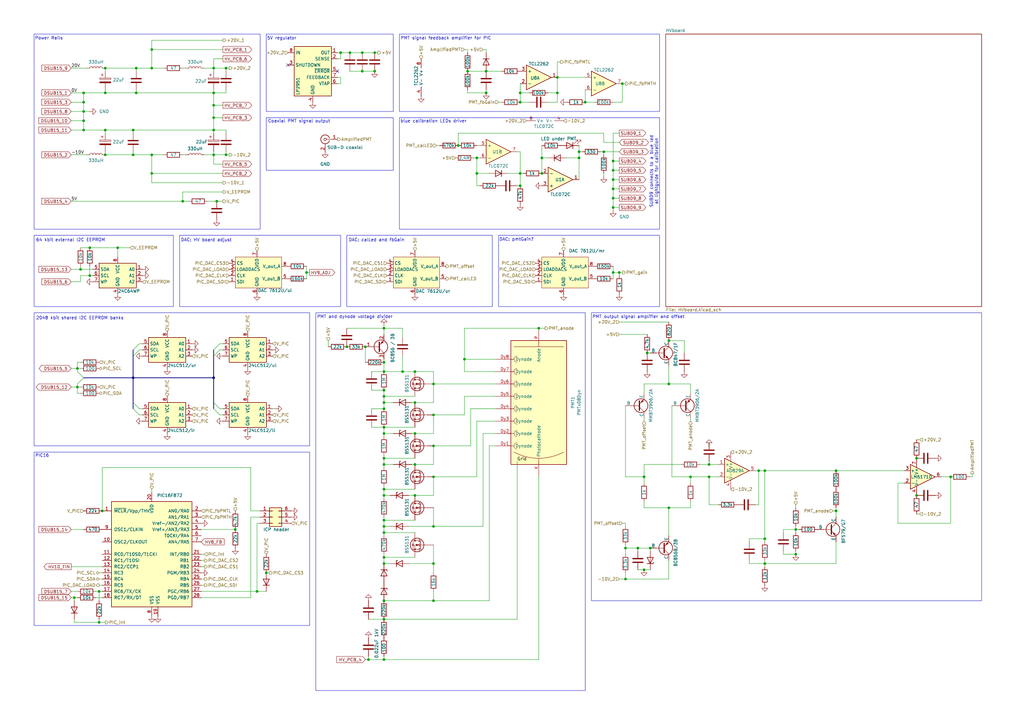
<source format=kicad_sch>
(kicad_sch (version 20250114) (generator "eeschema") (generator_version "9.0")
  (paper "A3")
  (title_block (title "Main PMT PCB") (date "2025-08-31") (rev "2"))
  (rectangle (start 73.66 96.52) (end 139.7 125.73))
  (rectangle (start 13.97 13.97) (end 106.68 93.98))
  (rectangle (start 242.57 128.27) (end 402.59 246.38))
  (rectangle (start 109.22 48.26) (end 161.29 69.85))
  (rectangle (start 142.24 96.52) (end 201.93 125.73))
  (rectangle (start 129.54 128.27) (end 240.03 283.21))
  (rectangle (start 13.97 96.52) (end 71.12 125.73))
  (rectangle (start 163.83 13.97) (end 270.51 45.72))
  (rectangle (start 13.97 128.27) (end 127 182.88))
  (rectangle (start 163.83 48.26) (end 270.51 93.98))
  (rectangle (start 13.97 185.42) (end 127 256.54))
  (rectangle (start 109.22 13.97) (end 161.29 45.72))
  (rectangle (start 204.47 96.52) (end 270.51 125.73))
  (text "SUBD9 connects to a blue led\nat lightguide for calibration" (at 268.224 70.358 90) (effects (font (size 1.27 1.27))))
  (text "blue calibration LEDs driver" (at 177.8 49.784 0) (effects (font (size 1.27 1.27))))
  (text "5V regulator" (at 115.57 15.748 0) (effects (font (size 1.27 1.27))))
  (text "PMT and dynode voltage divider" (at 145.542 130.048 0) (effects (font (size 1.27 1.27))))
  (text "PMT output signal amplifier and offset" (at 261.874 130.048 0) (effects (font (size 1.27 1.27))))
  (text "DAC: calLed and fbGain" (at 154.432 98.552 0) (effects (font (size 1.27 1.27))))
  (text "Power Rails" (at 20.066 15.748 0) (effects (font (size 1.27 1.27))))
  (text "PIC16" (at 17.272 186.944 0) (effects (font (size 1.27 1.27))))
  (text "PMT signal feedback amplifier for PIC" (at 182.88 15.748 0) (effects (font (size 1.27 1.27))))
  (text "DAC: pmtGain?" (at 211.836 98.298 0) (effects (font (size 1.27 1.27))))
  (text "Coaxial PMT signal output" (at 122.682 49.784 0) (effects (font (size 1.27 1.27))))
  (text "64 kbit external I2C EEPROM" (at 28.956 98.552 0) (effects (font (size 1.27 1.27))))
  (text "DAC: HV board adjust" (at 84.582 98.552 0) (effects (font (size 1.27 1.27))))
  (text "2048 kbit shared I2C EEPROM banks" (at 32.766 130.556 0) (effects (font (size 1.27 1.27))))
  (junction (at 157.48 187.96))
  (junction (at 92.71 63.5))
  (junction (at 87.63 48.26))
  (junction (at 139.7 21.59))
  (junction (at 48.26 101.6))
  (junction (at 157.48 152.4))
  (junction (at 213.36 38.1))
  (junction (at 43.18 27.94))
  (junction (at 157.48 162.56))
  (junction (at 199.39 29.21))
  (junction (at 170.18 203.2))
  (junction (at 151.13 270.51))
  (junction (at 74.93 82.55))
  (junction (at 274.32 157.48))
  (junction (at 148.59 29.21))
  (junction (at 157.48 270.51))
  (junction (at 34.29 53.34))
  (junction (at 62.23 27.94))
  (junction (at 170.18 177.8))
  (junction (at 105.41 242.57))
  (junction (at 157.48 160.02))
  (junction (at 88.9 82.55))
  (junction (at 187.96 59.69))
  (junction (at 177.8 215.9))
  (junction (at 266.7 224.79))
  (junction (at 251.46 69.85))
  (junction (at 389.89 195.58))
  (junction (at 261.62 224.79))
  (junction (at 290.83 195.58))
  (junction (at 62.23 71.12))
  (junction (at 157.48 203.2))
  (junction (at 220.98 134.62))
  (junction (at 149.86 142.24))
  (junction (at 177.8 246.38))
  (junction (at 157.48 177.8))
  (junction (at 251.46 77.47))
  (junction (at 34.29 45.72))
  (junction (at 157.48 165.1))
  (junction (at 157.48 190.5))
  (junction (at 256.54 224.79))
  (junction (at 34.29 38.1))
  (junction (at 36.83 101.6))
  (junction (at 54.61 53.34))
  (junction (at 177.8 231.14))
  (junction (at 87.63 38.1))
  (junction (at 191.77 29.21))
  (junction (at 153.67 21.59))
  (junction (at 274.32 208.28))
  (junction (at 43.18 38.1))
  (junction (at 41.91 209.55))
  (junction (at 265.43 144.78))
  (junction (at 157.48 200.66))
  (junction (at 170.18 152.4))
  (junction (at 375.92 203.2))
  (junction (at 251.46 81.28))
  (junction (at 87.63 53.34))
  (junction (at 157.48 215.9))
  (junction (at 87.63 27.94))
  (junction (at 62.23 63.5))
  (junction (at 240.03 41.91))
  (junction (at 313.69 231.14))
  (junction (at 157.48 218.44))
  (junction (at 34.29 49.53))
  (junction (at 177.8 157.48))
  (junction (at 40.64 242.57))
  (junction (at 213.36 41.91))
  (junction (at 157.48 231.14))
  (junction (at 283.21 195.58))
  (junction (at 251.46 111.76))
  (junction (at 157.48 148.59))
  (junction (at 157.48 167.64))
  (junction (at 264.16 233.68))
  (junction (at 177.8 170.18))
  (junction (at 222.25 71.12))
  (junction (at 222.25 64.77))
  (junction (at 237.49 62.23))
  (junction (at 157.48 175.26))
  (junction (at 30.48 245.11))
  (junction (at 157.48 213.36))
  (junction (at 36.83 113.03))
  (junction (at 213.36 76.2))
  (junction (at 264.16 195.58))
  (junction (at 43.18 63.5))
  (junction (at 92.71 27.94))
  (junction (at 255.27 34.29))
  (junction (at 157.48 228.6))
  (junction (at 177.8 182.88))
  (junction (at 87.63 154.94))
  (junction (at 87.63 43.18))
  (junction (at 125.73 111.76))
  (junction (at 165.1 152.4))
  (junction (at 31.75 151.13))
  (junction (at 34.29 41.91))
  (junction (at 157.48 246.38))
  (junction (at 375.92 187.96))
  (junction (at 247.65 62.23))
  (junction (at 55.88 38.1))
  (junction (at 96.52 217.17))
  (junction (at 170.18 190.5))
  (junction (at 251.46 85.09))
  (junction (at 311.15 193.04))
  (junction (at 254 111.76))
  (junction (at 313.69 193.04))
  (junction (at 274.32 139.7))
  (junction (at 148.59 21.59))
  (junction (at 31.75 158.75))
  (junction (at 195.58 71.12))
  (junction (at 62.23 20.32))
  (junction (at 313.69 220.98))
  (junction (at 33.02 110.49))
  (junction (at 251.46 66.04))
  (junction (at 54.61 154.94))
  (junction (at 170.18 165.1))
  (junction (at 55.88 27.94))
  (junction (at 228.6 31.75))
  (junction (at 87.63 63.5))
  (junction (at 54.61 63.5))
  (junction (at 228.6 38.1))
  (junction (at 142.24 142.24))
  (junction (at 109.22 234.95))
  (junction (at 43.18 53.34))
  (junction (at 40.64 255.27))
  (junction (at 199.39 38.1))
  (junction (at 342.9 209.55))
  (junction (at 153.67 29.21))
  (junction (at 157.48 254))
  (junction (at 143.51 21.59))
  (junction (at 326.39 217.17))
  (junction (at 190.5 147.32))
  (junction (at 342.9 193.04))
  (junction (at 326.39 227.33))
  (junction (at 256.54 237.49))
  (junction (at 290.83 190.5))
  (junction (at 251.46 73.66))
  (junction (at 195.58 64.77))
  (junction (at 157.48 134.62))
  (junction (at 177.8 195.58))
  (junction (at 237.49 64.77))
  (junction (at 213.36 71.12))
  (no_connect (at 138.43 29.21))
  (no_connect (at 118.11 26.67))
  (bus_entry (at 57.15 140.97) (size -2.54 2.54))
  (bus_entry (at 31.75 152.4) (size 2.54 2.54))
  (bus_entry (at 90.17 167.64) (size -2.54 -2.54))
  (bus_entry (at 57.15 143.51) (size -2.54 2.54))
  (bus_entry (at 31.75 157.48) (size 2.54 -2.54))
  (bus_entry (at 90.17 143.51) (size -2.54 2.54))
  (bus_entry (at 57.15 170.18) (size -2.54 -2.54))
  (bus_entry (at 90.17 170.18) (size -2.54 -2.54))
  (bus_entry (at 90.17 140.97) (size -2.54 2.54))
  (bus_entry (at 57.15 167.64) (size -2.54 -2.54))
  (wire (pts (xy 62.23 63.5) (xy 67.31 63.5)))
  (wire (pts (xy 157.48 134.62) (xy 142.24 134.62)))
  (wire (pts (xy 29.21 41.91) (xy 34.29 41.91)))
  (wire (pts (xy 62.23 20.32) (xy 62.23 27.94)))
  (wire (pts (xy 177.8 231.14) (xy 177.8 234.95)))
  (wire (pts (xy 275.59 195.58) (xy 283.21 195.58)))
  (wire (pts (xy 87.63 54.61) (xy 87.63 53.34)))
  (wire (pts (xy 29.21 45.72) (xy 34.29 45.72)))
  (wire (pts (xy 82.55 217.17) (xy 96.52 217.17)))
  (wire (pts (xy 213.36 76.2) (xy 213.36 71.12)))
  (wire (pts (xy 40.64 240.03) (xy 41.91 240.03)))
  (wire (pts (xy 251.46 66.04) (xy 251.46 69.85)))
  (wire (pts (xy 177.8 246.38) (xy 200.66 246.38)))
  (wire (pts (xy 177.8 208.28) (xy 177.8 215.9)))
  (wire (pts (xy 29.21 115.57) (xy 33.02 115.57)))
  (wire (pts (xy 83.82 63.5) (xy 87.63 63.5)))
  (wire (pts (xy 48.26 101.6) (xy 48.26 105.41)))
  (wire (pts (xy 321.31 227.33) (xy 321.31 226.06)))
  (wire (pts (xy 274.32 208.28) (xy 283.21 208.28)))
  (wire (pts (xy 264.16 195.58) (xy 256.54 195.58)))
  (wire (pts (xy 200.66 182.88) (xy 200.66 246.38)))
  (wire (pts (xy 280.67 144.78) (xy 280.67 139.7)))
  (wire (pts (xy 228.6 25.4) (xy 228.6 31.75)))
  (wire (pts (xy 157.48 203.2) (xy 157.48 204.47)))
  (wire (pts (xy 157.48 200.66) (xy 157.48 203.2)))
  (wire (pts (xy 91.44 48.26) (xy 87.63 48.26)))
  (wire (pts (xy 307.34 220.98) (xy 313.69 220.98)))
  (wire (pts (xy 283.21 157.48) (xy 283.21 161.29)))
  (wire (pts (xy 247.65 63.5) (xy 247.65 62.23)))
  (wire (pts (xy 237.49 62.23) (xy 238.76 62.23)))
  (wire (pts (xy 265.43 144.78) (xy 266.7 144.78)))
  (wire (pts (xy 91.44 140.97) (xy 90.17 140.97)))
  (wire (pts (xy 33.02 151.13) (xy 31.75 151.13)))
  (wire (pts (xy 251.46 41.91) (xy 255.27 41.91)))
  (wire (pts (xy 165.1 152.4) (xy 170.18 152.4)))
  (wire (pts (xy 58.42 167.64) (xy 57.15 167.64)))
  (wire (pts (xy 139.7 21.59) (xy 138.43 21.59)))
  (wire (pts (xy 213.36 71.12) (xy 213.36 62.23)))
  (wire (pts (xy 177.8 157.48) (xy 177.8 165.1)))
  (bus (pts (xy 34.29 154.94) (xy 54.61 154.94)))
  (wire (pts (xy 29.21 151.13) (xy 31.75 151.13)))
  (wire (pts (xy 264.16 190.5) (xy 264.16 195.58)))
  (wire (pts (xy 31.75 148.59) (xy 31.75 151.13)))
  (wire (pts (xy 34.29 53.34) (xy 43.18 53.34)))
  (wire (pts (xy 152.4 175.26) (xy 157.48 175.26)))
  (wire (pts (xy 341.63 209.55) (xy 342.9 209.55)))
  (wire (pts (xy 247.65 71.12) (xy 247.65 72.39)))
  (wire (pts (xy 264.16 208.28) (xy 264.16 205.74)))
  (wire (pts (xy 139.7 24.13) (xy 138.43 24.13)))
  (wire (pts (xy 167.64 231.14) (xy 177.8 231.14)))
  (wire (pts (xy 157.48 200.66) (xy 170.18 200.66)))
  (wire (pts (xy 87.63 43.18) (xy 91.44 43.18)))
  (wire (pts (xy 157.48 175.26) (xy 157.48 177.8)))
  (wire (pts (xy 102.87 212.09) (xy 102.87 245.11)))
  (wire (pts (xy 29.21 110.49) (xy 33.02 110.49)))
  (wire (pts (xy 87.63 24.13) (xy 91.44 24.13)))
  (wire (pts (xy 237.49 64.77) (xy 237.49 73.66)))
  (wire (pts (xy 39.37 242.57) (xy 40.64 242.57)))
  (wire (pts (xy 254 237.49) (xy 256.54 237.49)))
  (wire (pts (xy 167.64 203.2) (xy 170.18 203.2)))
  (wire (pts (xy 274.32 229.87) (xy 274.32 237.49)))
  (wire (pts (xy 157.48 228.6) (xy 170.18 228.6)))
  (wire (pts (xy 224.79 64.77) (xy 222.25 64.77)))
  (wire (pts (xy 195.58 59.69) (xy 196.85 59.69)))
  (wire (pts (xy 91.44 78.74) (xy 74.93 78.74)))
  (wire (pts (xy 157.48 134.62) (xy 165.1 134.62)))
  (wire (pts (xy 92.71 62.23) (xy 92.71 63.5)))
  (bus (pts (xy 87.63 146.05) (xy 87.63 154.94)))
  (wire (pts (xy 157.48 199.39) (xy 157.48 200.66)))
  (wire (pts (xy 254 111.76) (xy 254 113.03)))
  (wire (pts (xy 152.4 152.4) (xy 157.48 152.4)))
  (wire (pts (xy 256.54 166.37) (xy 256.54 195.58)))
  (wire (pts (xy 92.71 38.1) (xy 87.63 38.1)))
  (wire (pts (xy 34.29 45.72) (xy 34.29 49.53)))
  (wire (pts (xy 157.48 187.96) (xy 157.48 190.5)))
  (wire (pts (xy 264.16 171.45) (xy 264.16 172.72)))
  (wire (pts (xy 31.75 242.57) (xy 29.21 242.57)))
  (wire (pts (xy 198.12 177.8) (xy 203.2 177.8)))
  (wire (pts (xy 29.21 217.17) (xy 34.29 217.17)))
  (wire (pts (xy 31.75 161.29) (xy 31.75 158.75)))
  (wire (pts (xy 152.4 167.64) (xy 157.48 167.64)))
  (wire (pts (xy 157.48 147.32) (xy 157.48 148.59)))
  (wire (pts (xy 342.9 209.55) (xy 342.9 208.28)))
  (wire (pts (xy 55.88 36.83) (xy 55.88 38.1)))
  (wire (pts (xy 213.36 38.1) (xy 213.36 34.29)))
  (wire (pts (xy 313.69 193.04) (xy 342.9 193.04)))
  (wire (pts (xy 217.17 38.1) (xy 213.36 38.1)))
  (wire (pts (xy 232.41 64.77) (xy 237.49 64.77)))
  (wire (pts (xy 307.34 231.14) (xy 313.69 231.14)))
  (wire (pts (xy 157.48 179.07) (xy 157.48 177.8)))
  (wire (pts (xy 177.8 195.58) (xy 195.58 195.58)))
  (bus (pts (xy 87.63 154.94) (xy 54.61 154.94)))
  (wire (pts (xy 106.68 214.63) (xy 105.41 214.63)))
  (wire (pts (xy 311.15 193.04) (xy 311.15 207.01)))
  (wire (pts (xy 157.48 190.5) (xy 161.29 190.5)))
  (wire (pts (xy 261.62 233.68) (xy 264.16 233.68)))
  (wire (pts (xy 91.44 74.93) (xy 62.23 74.93)))
  (wire (pts (xy 85.09 82.55) (xy 88.9 82.55)))
  (wire (pts (xy 368.3 198.12) (xy 370.84 198.12)))
  (wire (pts (xy 139.7 21.59) (xy 139.7 24.13)))
  (wire (pts (xy 74.93 82.55) (xy 77.47 82.55)))
  (wire (pts (xy 222.25 64.77) (xy 222.25 59.69)))
  (wire (pts (xy 311.15 193.04) (xy 313.69 193.04)))
  (wire (pts (xy 326.39 215.9) (xy 326.39 217.17)))
  (wire (pts (xy 254 85.09) (xy 251.46 85.09)))
  (wire (pts (xy 157.48 246.38) (xy 177.8 246.38)))
  (wire (pts (xy 190.5 147.32) (xy 190.5 152.4)))
  (wire (pts (xy 195.58 71.12) (xy 200.66 71.12)))
  (wire (pts (xy 55.88 27.94) (xy 62.23 27.94)))
  (wire (pts (xy 139.7 31.75) (xy 139.7 34.29)))
  (wire (pts (xy 105.41 214.63) (xy 105.41 242.57)))
  (wire (pts (xy 389.89 195.58) (xy 389.89 214.63)))
  (wire (pts (xy 62.23 200.66) (xy 62.23 201.93)))
  (wire (pts (xy 157.48 218.44) (xy 157.48 219.71)))
  (wire (pts (xy 326.39 227.33) (xy 326.39 226.06)))
  (wire (pts (xy 153.67 21.59) (xy 154.94 21.59)))
  (wire (pts (xy 264.16 195.58) (xy 264.16 198.12)))
  (wire (pts (xy 195.58 172.72) (xy 203.2 172.72)))
  (wire (pts (xy 256.54 237.49) (xy 256.54 234.95)))
  (wire (pts (xy 321.31 217.17) (xy 326.39 217.17)))
  (wire (pts (xy 157.48 213.36) (xy 157.48 215.9)))
  (wire (pts (xy 157.48 228.6) (xy 157.48 231.14)))
  (wire (pts (xy 29.21 63.5) (xy 35.56 63.5)))
  (wire (pts (xy 266.7 224.79) (xy 266.7 226.06)))
  (wire (pts (xy 58.42 170.18) (xy 57.15 170.18)))
  (wire (pts (xy 261.62 224.79) (xy 261.62 226.06)))
  (wire (pts (xy 38.1 113.03) (xy 36.83 113.03)))
  (wire (pts (xy 43.18 38.1) (xy 55.88 38.1)))
  (wire (pts (xy 195.58 64.77) (xy 195.58 71.12)))
  (wire (pts (xy 177.8 157.48) (xy 203.2 157.48)))
  (wire (pts (xy 157.48 162.56) (xy 170.18 162.56)))
  (wire (pts (xy 251.46 81.28) (xy 254 81.28)))
  (wire (pts (xy 290.83 195.58) (xy 294.64 195.58)))
  (wire (pts (xy 313.69 220.98) (xy 313.69 222.25)))
  (wire (pts (xy 33.02 109.22) (xy 33.02 110.49)))
  (wire (pts (xy 212.09 189.23) (xy 212.09 254)))
  (wire (pts (xy 193.04 167.64) (xy 203.2 167.64)))
  (wire (pts (xy 157.48 215.9) (xy 160.02 215.9)))
  (bus (pts (xy 54.61 154.94) (xy 54.61 165.1)))
  (wire (pts (xy 109.22 234.95) (xy 110.49 234.95)))
  (wire (pts (xy 54.61 63.5) (xy 62.23 63.5)))
  (wire (pts (xy 251.46 86.36) (xy 251.46 85.09)))
  (wire (pts (xy 160.02 203.2) (xy 157.48 203.2)))
  (wire (pts (xy 326.39 217.17) (xy 327.66 217.17)))
  (wire (pts (xy 40.64 242.57) (xy 41.91 242.57)))
  (wire (pts (xy 157.48 187.96) (xy 170.18 187.96)))
  (wire (pts (xy 29.21 232.41) (xy 41.91 232.41)))
  (wire (pts (xy 342.9 193.04) (xy 370.84 193.04)))
  (wire (pts (xy 256.54 237.49) (xy 274.32 237.49)))
  (wire (pts (xy 194.31 64.77) (xy 195.58 64.77)))
  (wire (pts (xy 213.36 38.1) (xy 213.36 41.91)))
  (wire (pts (xy 83.82 237.49) (xy 82.55 237.49)))
  (wire (pts (xy 29.21 82.55) (xy 74.93 82.55)))
  (wire (pts (xy 29.21 245.11) (xy 30.48 245.11)))
  (wire (pts (xy 251.46 81.28) (xy 251.46 85.09)))
  (wire (pts (xy 34.29 41.91) (xy 34.29 45.72)))
  (wire (pts (xy 170.18 177.8) (xy 177.8 177.8)))
  (wire (pts (xy 30.48 255.27) (xy 40.64 255.27)))
  (wire (pts (xy 224.79 41.91) (xy 228.6 41.91)))
  (wire (pts (xy 87.63 62.23) (xy 87.63 63.5)))
  (wire (pts (xy 92.71 27.94) (xy 93.98 27.94)))
  (wire (pts (xy 290.83 190.5) (xy 294.64 190.5)))
  (wire (pts (xy 87.63 38.1) (xy 87.63 43.18)))
  (wire (pts (xy 54.61 62.23) (xy 54.61 63.5)))
  (wire (pts (xy 283.21 208.28) (xy 283.21 205.74)))
  (wire (pts (xy 170.18 165.1) (xy 168.91 165.1)))
  (wire (pts (xy 256.54 223.52) (xy 256.54 224.79)))
  (wire (pts (xy 256.54 224.79) (xy 256.54 227.33)))
  (wire (pts (xy 220.98 134.62) (xy 223.52 134.62)))
  (wire (pts (xy 280.67 139.7) (xy 274.32 139.7)))
  (wire (pts (xy 92.71 36.83) (xy 92.71 38.1)))
  (wire (pts (xy 29.21 49.53) (xy 34.29 49.53)))
  (wire (pts (xy 83.82 240.03) (xy 82.55 240.03)))
  (wire (pts (xy 91.44 20.32) (xy 62.23 20.32)))
  (wire (pts (xy 87.63 63.5) (xy 87.63 67.31)))
  (wire (pts (xy 199.39 29.21) (xy 205.74 29.21)))
  (wire (pts (xy 326.39 207.01) (xy 326.39 208.28)))
  (wire (pts (xy 283.21 195.58) (xy 290.83 195.58)))
  (wire (pts (xy 143.51 21.59) (xy 148.59 21.59)))
  (wire (pts (xy 254 137.16) (xy 265.43 137.16)))
  (wire (pts (xy 165.1 134.62) (xy 165.1 138.43)))
  (wire (pts (xy 264.16 157.48) (xy 274.32 157.48)))
  (wire (pts (xy 87.63 43.18) (xy 87.63 48.26)))
  (wire (pts (xy 199.39 20.32) (xy 199.39 21.59)))
  (wire (pts (xy 195.58 195.58) (xy 195.58 172.72)))
  (wire (pts (xy 198.12 215.9) (xy 198.12 177.8)))
  (wire (pts (xy 251.46 77.47) (xy 254 77.47)))
  (wire (pts (xy 157.48 165.1) (xy 157.48 162.56)))
  (wire (pts (xy 195.58 64.77) (xy 196.85 64.77)))
  (wire (pts (xy 102.87 191.77) (xy 41.91 191.77)))
  (wire (pts (xy 177.8 195.58) (xy 177.8 203.2)))
  (wire (pts (xy 398.78 195.58) (xy 397.51 195.58)))
  (wire (pts (xy 36.83 109.22) (xy 36.83 113.03)))
  (wire (pts (xy 31.75 151.13) (xy 31.75 152.4)))
  (wire (pts (xy 102.87 209.55) (xy 106.68 209.55)))
  (wire (pts (xy 82.55 227.33) (xy 83.82 227.33)))
  (wire (pts (xy 31.75 158.75) (xy 31.75 157.48)))
  (wire (pts (xy 62.23 16.51) (xy 91.44 16.51)))
  (wire (pts (xy 43.18 53.34) (xy 43.18 54.61)))
  (wire (pts (xy 187.96 54.61) (xy 187.96 59.69)))
  (wire (pts (xy 151.13 270.51) (xy 151.13 269.24)))
  (wire (pts (xy 92.71 27.94) (xy 92.71 29.21)))
  (wire (pts (xy 91.44 170.18) (xy 90.17 170.18)))
  (wire (pts (xy 31.75 158.75) (xy 33.02 158.75)))
  (wire (pts (xy 274.32 149.86) (xy 274.32 157.48)))
  (wire (pts (xy 157.48 133.35) (xy 157.48 134.62)))
  (wire (pts (xy 151.13 254) (xy 157.48 254)))
  (wire (pts (xy 149.86 270.51) (xy 151.13 270.51)))
  (wire (pts (xy 34.29 49.53) (xy 34.29 53.34)))
  (wire (pts (xy 157.48 134.62) (xy 157.48 137.16)))
  (wire (pts (xy 157.48 215.9) (xy 157.48 218.44)))
  (wire (pts (xy 62.23 27.94) (xy 67.31 27.94)))
  (wire (pts (xy 290.83 207.01) (xy 294.64 207.01)))
  (wire (pts (xy 157.48 190.5) (xy 157.48 191.77)))
  (wire (pts (xy 251.46 77.47) (xy 251.46 81.28)))
  (wire (pts (xy 313.69 193.04) (xy 313.69 220.98)))
  (wire (pts (xy 160.02 231.14) (xy 157.48 231.14)))
  (wire (pts (xy 256.54 214.63) (xy 256.54 215.9)))
  (wire (pts (xy 152.4 160.02) (xy 157.48 160.02)))
  (wire (pts (xy 40.64 237.49) (xy 41.91 237.49)))
  (wire (pts (xy 43.18 38.1) (xy 34.29 38.1)))
  (wire (pts (xy 125.73 111.76) (xy 127 111.76)))
  (wire (pts (xy 177.8 182.88) (xy 177.8 190.5)))
  (wire (pts (xy 157.48 270.51) (xy 157.48 269.24)))
  (wire (pts (xy 187.96 54.61) (xy 247.65 54.61)))
  (wire (pts (xy 177.8 242.57) (xy 177.8 246.38)))
  (wire (pts (xy 157.48 148.59) (xy 157.48 152.4)))
  (wire (pts (xy 53.34 101.6) (xy 48.26 101.6)))
  (wire (pts (xy 91.44 143.51) (xy 90.17 143.51)))
  (wire (pts (xy 125.73 109.22) (xy 125.73 111.76)))
  (wire (pts (xy 311.15 193.04) (xy 309.88 193.04)))
  (wire (pts (xy 190.5 147.32) (xy 203.2 147.32)))
  (wire (pts (xy 157.48 218.44) (xy 170.18 218.44)))
  (wire (pts (xy 55.88 27.94) (xy 55.88 29.21)))
  (wire (pts (xy 41.91 209.55) (xy 41.91 191.77)))
  (wire (pts (xy 157.48 227.33) (xy 157.48 228.6)))
  (wire (pts (xy 168.91 177.8) (xy 170.18 177.8)))
  (wire (pts (xy 274.32 219.71) (xy 274.32 208.28)))
  (wire (pts (xy 264.16 157.48) (xy 264.16 161.29)))
  (wire (pts (xy 87.63 48.26) (xy 87.63 53.34)))
  (wire (pts (xy 87.63 24.13) (xy 87.63 27.94)))
  (wire (pts (xy 168.91 190.5) (xy 170.18 190.5)))
  (wire (pts (xy 255.27 34.29) (xy 255.27 41.91)))
  (wire (pts (xy 74.93 78.74) (xy 74.93 82.55)))
  (wire (pts (xy 256.54 224.79) (xy 261.62 224.79)))
  (wire (pts (xy 43.18 36.83) (xy 43.18 38.1)))
  (wire (pts (xy 321.31 217.17) (xy 321.31 218.44)))
  (wire (pts (xy 91.44 82.55) (xy 88.9 82.55)))
  (wire (pts (xy 228.6 31.75) (xy 240.03 31.75)))
  (wire (pts (xy 82.55 245.11) (xy 102.87 245.11)))
  (wire (pts (xy 149.86 148.59) (xy 149.86 142.24)))
  (wire (pts (xy 342.9 209.55) (xy 342.9 212.09)))
  (bus (pts (xy 87.63 154.94) (xy 87.63 165.1)))
  (wire (pts (xy 58.42 140.97) (xy 57.15 140.97)))
  (wire (pts (xy 290.83 195.58) (xy 290.83 207.01)))
  (wire (pts (xy 82.55 232.41) (xy 83.82 232.41)))
  (wire (pts (xy 58.42 143.51) (xy 57.15 143.51)))
  (wire (pts (xy 237.49 62.23) (xy 237.49 64.77)))
  (wire (pts (xy 105.41 242.57) (xy 109.22 242.57)))
  (wire (pts (xy 254 111.76) (xy 251.46 111.76)))
  (wire (pts (xy 191.77 29.21) (xy 199.39 29.21)))
  (wire (pts (xy 33.02 161.29) (xy 31.75 161.29)))
  (wire (pts (xy 195.58 71.12) (xy 195.58 76.2)))
  (wire (pts (xy 368.3 214.63) (xy 389.89 214.63)))
  (bus (pts (xy 87.63 165.1) (xy 87.63 167.64)))
  (wire (pts (xy 29.21 158.75) (xy 31.75 158.75)))
  (wire (pts (xy 190.5 134.62) (xy 220.98 134.62)))
  (wire (pts (xy 247.65 62.23) (xy 246.38 62.23)))
  (wire (pts (xy 261.62 224.79) (xy 266.7 224.79)))
  (wire (pts (xy 229.87 25.4) (xy 228.6 25.4)))
  (wire (pts (xy 251.46 109.22) (xy 251.46 111.76)))
  (wire (pts (xy 167.64 215.9) (xy 177.8 215.9)))
  (wire (pts (xy 62.23 71.12) (xy 91.44 71.12)))
  (wire (pts (xy 165.1 146.05) (xy 165.1 152.4)))
  (wire (pts (xy 33.02 110.49) (xy 38.1 110.49)))
  (wire (pts (xy 87.63 27.94) (xy 83.82 27.94)))
  (wire (pts (xy 170.18 152.4) (xy 177.8 152.4)))
  (wire (pts (xy 251.46 73.66) (xy 251.46 77.47)))
  (wire (pts (xy 92.71 63.5) (xy 93.98 63.5)))
  (wire (pts (xy 74.93 63.5) (xy 76.2 63.5)))
  (wire (pts (xy 274.32 157.48) (xy 283.21 157.48)))
  (wire (pts (xy 177.8 152.4) (xy 177.8 157.48)))
  (wire (pts (xy 157.48 270.51) (xy 220.98 270.51)))
  (wire (pts (xy 228.6 38.1) (xy 228.6 41.91)))
  (wire (pts (xy 313.69 229.87) (xy 313.69 231.14)))
  (wire (pts (xy 254 132.08) (xy 274.32 132.08)))
  (wire (pts (xy 217.17 41.91) (xy 213.36 41.91)))
  (wire (pts (xy 191.77 36.83) (xy 191.77 38.1)))
  (wire (pts (xy 157.48 177.8) (xy 161.29 177.8)))
  (wire (pts (xy 214.63 71.12) (xy 213.36 71.12)))
  (wire (pts (xy 199.39 36.83) (xy 199.39 38.1)))
  (wire (pts (xy 40.64 255.27) (xy 43.18 255.27)))
  (wire (pts (xy 157.48 175.26) (xy 170.18 175.26)))
  (wire (pts (xy 125.73 111.76) (xy 125.73 114.3)))
  (wire (pts (xy 29.21 53.34) (xy 34.29 53.34)))
  (wire (pts (xy 82.55 229.87) (xy 83.82 229.87)))
  (wire (pts (xy 220.98 195.58) (xy 220.98 270.51)))
  (wire (pts (xy 62.23 74.93) (xy 62.23 71.12)))
  (wire (pts (xy 157.48 254) (xy 212.09 254)))
  (wire (pts (xy 386.08 195.58) (xy 389.89 195.58)))
  (wire (pts (xy 40.64 234.95) (xy 41.91 234.95)))
  (wire (pts (xy 224.79 38.1) (xy 228.6 38.1)))
  (wire (pts (xy 204.47 41.91) (xy 205.74 41.91)))
  (wire (pts (xy 195.58 76.2) (xy 196.85 76.2)))
  (wire (pts (xy 34.29 38.1) (xy 34.29 41.91)))
  (wire (pts (xy 87.63 67.31) (xy 91.44 67.31)))
  (wire (pts (xy 208.28 71.12) (xy 213.36 71.12)))
  (wire (pts (xy 377.19 180.34) (xy 375.92 180.34)))
  (wire (pts (xy 54.61 54.61) (xy 54.61 53.34)))
  (wire (pts (xy 139.7 34.29) (xy 138.43 34.29)))
  (wire (pts (xy 247.65 58.42) (xy 254 58.42)))
  (wire (pts (xy 91.44 167.64) (xy 90.17 167.64)))
  (wire (pts (xy 313.69 232.41) (xy 313.69 231.14)))
  (wire (pts (xy 82.55 242.57) (xy 105.41 242.57)))
  (wire (pts (xy 190.5 152.4) (xy 203.2 152.4)))
  (wire (pts (xy 290.83 182.88) (xy 290.83 181.61)))
  (wire (pts (xy 177.8 165.1) (xy 170.18 165.1)))
  (wire (pts (xy 191.77 20.32) (xy 190.5 20.32)))
  (wire (pts (xy 157.48 213.36) (xy 170.18 213.36)))
  (wire (pts (xy 190.5 162.56) (xy 190.5 170.18)))
  (wire (pts (xy 30.48 255.27) (xy 30.48 254)))
  (wire (pts (xy 287.02 190.5) (xy 290.83 190.5)))
  (wire (pts (xy 228.6 31.75) (xy 228.6 38.1)))
  (wire (pts (xy 87.63 53.34) (xy 92.71 53.34)))
  (wire (pts (xy 213.36 76.2) (xy 212.09 76.2)))
  (wire (pts (xy 102.87 209.55) (xy 102.87 191.77)))
  (wire (pts (xy 33.02 101.6) (xy 36.83 101.6)))
  (wire (pts (xy 87.63 27.94) (xy 87.63 29.21)))
  (wire (pts (xy 251.46 111.76) (xy 251.46 114.3)))
  (wire (pts (xy 193.04 182.88) (xy 193.04 167.64)))
  (wire (pts (xy 157.48 186.69) (xy 157.48 187.96)))
  (wire (pts (xy 255.27 214.63) (xy 256.54 214.63)))
  (wire (pts (xy 368.3 198.12) (xy 368.3 214.63)))
  (wire (pts (xy 251.46 54.61) (xy 251.46 66.04)))
  (wire (pts (xy 157.48 165.1) (xy 157.48 167.64)))
  (wire (pts (xy 251.46 54.61) (xy 254 54.61)))
  (wire (pts (xy 264.16 208.28) (xy 274.32 208.28)))
  (bus (pts (xy 54.61 146.05) (xy 54.61 154.94)))
  (wire (pts (xy 43.18 63.5) (xy 54.61 63.5)))
  (wire (pts (xy 177.8 182.88) (xy 193.04 182.88)))
  (wire (pts (xy 398.78 194.31) (xy 398.78 195.58)))
  (wire (pts (xy 307.34 229.87) (xy 307.34 231.14)))
  (wire (pts (xy 48.26 101.6) (xy 36.83 101.6)))
  (wire (pts (xy 264.16 233.68) (xy 266.7 233.68)))
  (wire (pts (xy 275.59 166.37) (xy 275.59 195.58)))
  (wire (pts (xy 283.21 195.58) (xy 283.21 198.12)))
  (wire (pts (xy 240.03 36.83) (xy 240.03 41.91)))
  (bus (pts (xy 87.63 143.51) (xy 87.63 146.05)))
  (wire (pts (xy 92.71 54.61) (xy 92.71 53.34)))
  (wire (pts (xy 62.23 63.5) (xy 62.23 71.12)))
  (wire (pts (xy 113.03 167.64) (xy 111.76 167.64)))
  (wire (pts (xy 87.63 27.94) (xy 92.71 27.94)))
  (wire (pts (xy 55.88 38.1) (xy 87.63 38.1)))
  (wire (pts (xy 54.61 53.34) (xy 87.63 53.34)))
  (wire (pts (xy 237.49 59.69) (xy 237.49 62.23)))
  (bus (pts (xy 54.61 165.1) (xy 54.61 167.64)))
  (wire (pts (xy 43.18 62.23) (xy 43.18 63.5)))
  (wire (pts (xy 326.39 217.17) (xy 326.39 218.44)))
  (wire (pts (xy 342.9 222.25) (xy 342.9 231.14)))
  (wire (pts (xy 191.77 20.32) (xy 191.77 21.59)))
  (wire (pts (xy 256.54 34.29) (xy 255.27 34.29)))
  (wire (pts (xy 213.36 62.23) (xy 212.09 62.23)))
  (wire (pts (xy 180.34 59.69) (xy 179.07 59.69)))
  (wire (pts (xy 251.46 69.85) (xy 251.46 73.66)))
  (wire (pts (xy 39.37 245.11) (xy 41.91 245.11)))
  (wire (pts (xy 251.46 66.04) (xy 254 66.04)))
  (wire (pts (xy 157.48 152.4) (xy 165.1 152.4)))
  (wire (pts (xy 177.8 215.9) (xy 198.12 215.9)))
  (wire (pts (xy 222.25 64.77) (xy 222.25 71.12)))
  (wire (pts (xy 170.18 190.5) (xy 177.8 190.5)))
  (wire (pts (xy 30.48 245.11) (xy 30.48 246.38)))
  (wire (pts (xy 40.64 255.27) (xy 40.64 254)))
  (wire (pts (xy 33.02 115.57) (xy 33.02 113.03)))
  (bus (pts (xy 54.61 143.51) (xy 54.61 146.05)))
  (wire (pts (xy 254 111.76) (xy 255.27 111.76)))
  (wire (pts (xy 307.34 220.98) (xy 307.34 222.25)))
  (wire (pts (xy 326.39 227.33) (xy 321.31 227.33)))
  (wire (pts (xy 377.19 210.82) (xy 375.92 210.82)))
  (wire (pts (xy 177.8 223.52) (xy 177.8 231.14)))
  (wire (pts (xy 29.21 27.94) (xy 35.56 27.94)))
  (wire (pts (xy 251.46 69.85) (xy 254 69.85)))
  (wire (pts (xy 139.7 31.75) (xy 138.43 31.75)))
  (wire (pts (xy 177.8 170.18) (xy 177.8 177.8)))
  (wire (pts (xy 191.77 38.1) (xy 199.39 38.1)))
  (wire (pts (xy 30.48 245.11) (xy 31.75 245.11)))
  (wire (pts (xy 62.23 16.51) (xy 62.23 20.32)))
  (wire (pts (xy 33.02 113.03) (xy 36.83 113.03)))
  (wire (pts (xy 87.63 63.5) (xy 92.71 63.5)))
  (wire (pts (xy 157.48 212.09) (xy 157.48 213.36)))
  (wire (pts (xy 311.15 207.01) (xy 309.88 207.01)))
  (wire (pts (xy 148.59 21.59) (xy 153.67 21.59)))
  (wire (pts (xy 54.61 53.34) (xy 43.18 53.34)))
  (wire (pts (xy 203.2 162.56) (xy 190.5 162.56)))
  (wire (pts (xy 190.5 134.62) (xy 190.5 147.32)))
  (wire (pts (xy 170.18 203.2) (xy 177.8 203.2)))
  (wire (pts (xy 290.83 190.5) (xy 290.83 189.23)))
  (wire (pts (xy 198.12 20.32) (xy 199.39 20.32)))
  (wire (pts (xy 33.02 148.59) (xy 31.75 148.59)))
  (wire (pts (xy 34.29 45.72) (xy 36.83 45.72)))
  (wire (pts (xy 240.03 41.91) (xy 243.84 41.91)))
  (wire (pts (xy 40.64 242.57) (xy 40.64 246.38)))
  (wire (pts (xy 143.51 21.59) (xy 139.7 21.59)))
  (wire (pts (xy 151.13 270.51) (xy 157.48 270.51)))
  (wire (pts (xy 283.21 172.72) (xy 283.21 171.45)))
  (wire (pts (xy 177.8 170.18) (xy 190.5 170.18)))
  (wire (pts (xy 134.62 139.7) (xy 134.62 142.24)))
  (wire (pts (xy 43.18 27.94) (xy 55.88 27.94)))
  (wire (pts (xy 157.48 160.02) (xy 157.48 162.56)))
  (wire (pts (xy 313.69 231.14) (xy 342.9 231.14)))
  (wire (pts (xy 264.16 190.5) (xy 279.4 190.5)))
  (wire (pts (xy 74.93 27.94) (xy 76.2 27.94)))
  (wire (pts (xy 161.29 165.1) (xy 157.48 165.1)))
  (wire (pts (xy 247.65 54.61) (xy 247.65 58.42)))
  (wire (pts (xy 200.66 182.88) (xy 203.2 182.88)))
  (wire (pts (xy 87.63 36.83) (xy 87.63 38.1)))
  (wire (pts (xy 148.59 29.21) (xy 143.51 29.21)))
  (wire (pts (xy 251.46 73.66) (xy 254 73.66)))
  (wire (pts (xy 102.87 212.09) (xy 106.68 212.09)))
  (wire (pts (xy 43.18 27.94) (xy 43.18 29.21)))
  (wire (pts (xy 247.65 62.23) (xy 254 62.23)))
  (wire (pts (xy 153.67 29.21) (xy 148.59 29.21)))
  (wire (pts (xy 29.21 38.1) (xy 34.29 38.1)))
  (label "5V" (at 29.21 82.55 0))
  (label "-10V" (at 29.21 63.5 0))
  (label "20V" (at 29.21 27.94 0))
  (label "0V" (at 29.21 38.1 0))
  (label "Grid" (at 212.09 189.23 0))
  (global_label "DSUB15_5" (shape bidirectional) (at 29.21 151.13 180) (property "Intersheetrefs" "${INTERSHEET_REFS}" (effects (hide yes))))
  (global_label "DSUB15_1" (shape input) (at 29.21 38.1 180) (property "Intersheetrefs" "${INTERSHEET_REFS}" (effects (hide yes))))
  (global_label "DSUB15_11" (shape input) (at 29.21 53.34 180) (property "Intersheetrefs" "${INTERSHEET_REFS}" (effects (hide yes))))
  (global_label "DSUB15_6" (shape input) (at 29.21 115.57 180) (property "Intersheetrefs" "${INTERSHEET_REFS}" (effects (hide yes))))
  (global_label "HV_PCB_1" (shape output) (at 91.44 20.32 0) (property "Intersheetrefs" "${INTERSHEET_REFS}" (effects (hide yes))))
  (global_label "DSUB15_4" (shape input) (at 29.21 82.55 180) (property "Intersheetrefs" "${INTERSHEET_REFS}" (effects (hide yes))))
  (global_label "HV_PCB_3" (shape output) (at 91.44 48.26 0) (property "Intersheetrefs" "${INTERSHEET_REFS}" (effects (hide yes))))
  (global_label "HV_PCB_2" (shape output) (at 91.44 71.12 0) (property "Intersheetrefs" "${INTERSHEET_REFS}" (effects (hide yes))))
  (global_label "SUBD9_8" (shape output) (at 254 81.28 0) (property "Intersheetrefs" "${INTERSHEET_REFS}" (effects (hide yes))))
  (global_label "SUBD9_1" (shape output) (at 254 54.61 0) (property "Intersheetrefs" "${INTERSHEET_REFS}" (effects (hide yes))))
  (global_label "SUBD9_7" (shape output) (at 254 77.47 0) (property "Intersheetrefs" "${INTERSHEET_REFS}" (effects (hide yes))))
  (global_label "DSUB15_7" (shape input) (at 29.21 242.57 180) (property "Intersheetrefs" "${INTERSHEET_REFS}" (effects (hide yes))))
  (global_label "HV_PCB_4" (shape input) (at 149.86 270.51 180) (property "Intersheetrefs" "${INTERSHEET_REFS}" (effects (hide yes))))
  (global_label "DSUB15_3" (shape input) (at 29.21 41.91 180) (property "Intersheetrefs" "${INTERSHEET_REFS}" (effects (hide yes))))
  (global_label "DSUB15_10" (shape input) (at 29.21 49.53 180) (property "Intersheetrefs" "${INTERSHEET_REFS}" (effects (hide yes))))
  (global_label "DSUB15_15" (shape input) (at 29.21 245.11 180) (property "Intersheetrefs" "${INTERSHEET_REFS}" (effects (hide yes))))
  (global_label "SUBD9_4" (shape output) (at 254 66.04 0) (property "Intersheetrefs" "${INTERSHEET_REFS}" (effects (hide yes))))
  (global_label "DSUB15_13" (shape input) (at 29.21 110.49 180) (property "Intersheetrefs" "${INTERSHEET_REFS}" (effects (hide yes))))
  (global_label "DSUB15_2" (shape input) (at 29.21 63.5 180) (property "Intersheetrefs" "${INTERSHEET_REFS}" (effects (hide yes))))
  (global_label "DSUB15_12" (shape bidirectional) (at 29.21 158.75 180) (property "Intersheetrefs" "${INTERSHEET_REFS}" (effects (hide yes))))
  (global_label "DSUB15_9" (shape input) (at 29.21 27.94 180) (property "Intersheetrefs" "${INTERSHEET_REFS}" (effects (hide yes))))
  (global_label "HV_PCB_5" (shape output) (at 91.44 67.31 0) (property "Intersheetrefs" "${INTERSHEET_REFS}" (effects (hide yes))))
  (global_label "DSUB15_14" (shape input) (at 29.21 217.17 180) (property "Intersheetrefs" "${INTERSHEET_REFS}" (effects (hide yes))))
  (global_label "DSUB15_8" (shape input) (at 29.21 45.72 180) (property "Intersheetrefs" "${INTERSHEET_REFS}" (effects (hide yes))))
  (global_label "SUBD9_2" (shape bidirectional) (at 254 58.42 0) (property "Intersheetrefs" "${INTERSHEET_REFS}" (effects (hide yes))))
  (global_label "SUBD9_5" (shape output) (at 254 69.85 0) (property "Intersheetrefs" "${INTERSHEET_REFS}" (effects (hide yes))))
  (global_label "SUBD9_9" (shape output) (at 254 85.09 0) (property "Intersheetrefs" "${INTERSHEET_REFS}" (effects (hide yes))))
  (global_label "HV_PCB_6" (shape output) (at 91.44 24.13 0) (property "Intersheetrefs" "${INTERSHEET_REFS}" (effects (hide yes))))
  (global_label "HV9_ADJ" (shape output) (at 127 111.76 0) (property "Intersheetrefs" "${INTERSHEET_REFS}" (effects (hide yes))))
  (global_label "SUBD9_3" (shape bidirectional) (at 254 62.23 0) (property "Intersheetrefs" "${INTERSHEET_REFS}" (effects (hide yes))))
  (global_label "HV10_FIN" (shape output) (at 29.21 232.41 180) (property "Intersheetrefs" "${INTERSHEET_REFS}" (effects (hide yes))))
  (global_label "HV8_FB" (shape input) (at 82.55 222.25 0) (property "Intersheetrefs" "${INTERSHEET_REFS}" (effects (hide yes))))
  (global_label "SUBD9_6" (shape output) (at 254 73.66 0) (property "Intersheetrefs" "${INTERSHEET_REFS}" (effects (hide yes))))
  (global_label "HV_PCB_7" (shape output) (at 91.44 43.18 0) (property "Intersheetrefs" "${INTERSHEET_REFS}" (effects (hide yes))))
  (hierarchical_label "+5V" (shape input) (at 326.39 207.01 90))
  (hierarchical_label "V_PIC" (shape input) (at 34.29 209.55 180))
  (hierarchical_label "V_PIC" (shape input) (at 62.23 200.66 90))
  (hierarchical_label "PIC_int" (shape input) (at 83.82 227.33 0))
  (hierarchical_label "PIC_DAC_SDI" (shape input) (at 93.98 115.57 180))
  (hierarchical_label "PIC_SDA" (shape bidirectional) (at 40.64 237.49 180))
  (hierarchical_label "V_PIC" (shape input) (at 101.6 135.89 90))
  (hierarchical_label "PIC_DAC_SDI" (shape input) (at 158.75 115.57 180))
  (hierarchical_label "+5V" (shape input) (at 231.14 102.87 90))
  (hierarchical_label "+20V_2" (shape input) (at 254 132.08 180))
  (hierarchical_label "PIC_DAC_CS3" (shape input) (at 93.98 107.95 180))
  (hierarchical_label "PIC_DAC_LOAD" (shape input) (at 93.98 110.49 180))
  (hierarchical_label "PMT_fbGain" (shape input) (at 204.47 41.91 180))
  (hierarchical_label "+5V" (shape input) (at 170.18 102.87 90))
  (hierarchical_label "PIC_fbPMTH" (shape input) (at 82.55 212.09 0))
  (hierarchical_label "PIC_DAC_CLK" (shape input) (at 93.98 113.03 180))
  (hierarchical_label "PMT_offset" (shape input) (at 255.27 214.63 180))
  (hierarchical_label "+5V" (shape input) (at 198.12 20.32 180))
  (hierarchical_label "V_PIC" (shape input) (at 78.74 146.05 0))
  (hierarchical_label "V_EEPROM" (shape input) (at 53.34 101.6 0))
  (hierarchical_label "PIC_DAC_LOAD" (shape input) (at 158.75 110.49 180))
  (hierarchical_label "PIC_DAC_CLK" (shape output) (at 83.82 237.49 0))
  (hierarchical_label "-10V_1" (shape output) (at 91.44 74.93 0))
  (hierarchical_label "PIC_DAC_CS2" (shape output) (at 83.82 229.87 0))
  (hierarchical_label "V_PIC" (shape input) (at 111.76 172.72 0))
  (hierarchical_label "PMT_offset" (shape output) (at 182.88 109.22 0))
  (hierarchical_label "PIC_DAC_SDI" (shape input) (at 219.71 115.57 180))
  (hierarchical_label "PMT_anode" (shape output) (at 223.52 134.62 0))
  (hierarchical_label "AmplifiedPMT" (shape input) (at 190.5 20.32 180))
  (hierarchical_label "V_PIC" (shape input) (at 111.76 146.05 0))
  (hierarchical_label "V_PIC" (shape input) (at 109.22 227.33 90))
  (hierarchical_label "V_PIC" (shape input) (at 78.74 172.72 0))
  (hierarchical_label "V_PIC" (shape input) (at 68.58 162.56 90))
  (hierarchical_label "V_PIC" (shape input) (at 111.76 140.97 0))
  (hierarchical_label "PIC_DAC_CS1" (shape output) (at 83.82 232.41 0))
  (hierarchical_label "PMT_anode" (shape input) (at 283.21 172.72 270))
  (hierarchical_label "+20V_2" (shape input) (at 215.9 49.53 180))
  (hierarchical_label "PIC_DAC_CS2" (shape input) (at 219.71 107.95 180))
  (hierarchical_label "PIC_fbPMTL" (shape input) (at 82.55 209.55 0))
  (hierarchical_label "PIC_SCL" (shape bidirectional) (at 40.64 234.95 180))
  (hierarchical_label "PMT_offset" (shape input) (at 264.16 172.72 270))
  (hierarchical_label "PIC_DAC_LOAD" (shape output) (at 40.64 240.03 180))
  (hierarchical_label "PMT_calLED" (shape input) (at 179.07 59.69 180))
  (hierarchical_label "+5V" (shape input) (at 96.52 209.55 90))
  (hierarchical_label "V_PIC" (shape input) (at 68.58 135.89 90))
  (hierarchical_label "+5V" (shape input) (at 134.62 139.7 90))
  (hierarchical_label "PMT_anode" (shape input) (at 341.63 209.55 180))
  (hierarchical_label "+20V_2" (shape input) (at 118.11 21.59 180))
  (hierarchical_label "+5V" (shape input) (at 254 137.16 180))
  (hierarchical_label "PIC_SCL" (shape bidirectional) (at 40.64 151.13 0))
  (hierarchical_label "PIC_int" (shape output) (at 43.18 255.27 0))
  (hierarchical_label "V_PIC" (shape input) (at 111.76 170.18 0))
  (hierarchical_label "V_EEPROM" (shape output) (at 91.44 78.74 0))
  (hierarchical_label "+20V_2" (shape output) (at 93.98 27.94 0))
  (hierarchical_label "AmplifiedPMT" (shape output) (at 138.43 57.15 0))
  (hierarchical_label "-10V_2" (shape input) (at 254 237.49 180))
  (hierarchical_label "V_PIC" (shape input) (at 78.74 170.18 0))
  (hierarchical_label "V_EEPROM" (shape input) (at 58.42 115.57 0))
  (hierarchical_label "PIC_DAC_SDI" (shape output) (at 83.82 240.03 0))
  (hierarchical_label "V_PIC" (shape input) (at 40.64 158.75 0))
  (hierarchical_label "V_PIC" (shape input) (at 40.64 148.59 0))
  (hierarchical_label "PIC_fbPMTH" (shape output) (at 256.54 34.29 0))
  (hierarchical_label "+5V" (shape input) (at 105.41 102.87 90))
  (hierarchical_label "+5V" (shape input) (at 186.69 64.77 180))
  (hierarchical_label "PIC_DAC_LOAD" (shape input) (at 219.71 110.49 180))
  (hierarchical_label "+5V" (shape input) (at 172.72 24.13 90))
  (hierarchical_label "V_PIC" (shape input) (at 119.38 214.63 0))
  (hierarchical_label "V_PIC" (shape output) (at 91.44 82.55 0))
  (hierarchical_label "-10V_2" (shape input) (at 299.72 200.66 0))
  (hierarchical_label "PIC_DAC_CLK" (shape input) (at 158.75 113.03 180))
  (hierarchical_label "V_PIC" (shape input) (at 78.74 167.64 0))
  (hierarchical_label "+20V_2" (shape input) (at 377.19 180.34 0))
  (hierarchical_label "PMT_calLED" (shape output) (at 182.88 114.3 0))
  (hierarchical_label "V_PIC" (shape input) (at 101.6 162.56 90))
  (hierarchical_label "PIC_fbPMTL" (shape output) (at 229.87 25.4 0))
  (hierarchical_label "-10V_2" (shape input) (at 377.19 210.82 0))
  (hierarchical_label "PIC_DAC_CLK" (shape input) (at 219.71 113.03 180))
  (hierarchical_label "-10V_2" (shape output) (at 93.98 63.5 0))
  (hierarchical_label "PMT_gain" (shape output) (at 255.27 111.76 0))
  (hierarchical_label "+20V_2" (shape input) (at 299.72 185.42 0))
  (hierarchical_label "PIC_DAC_CS3" (shape output) (at 110.49 234.95 0))
  (hierarchical_label "-10V_2" (shape input) (at 231.14 49.53 0))
  (hierarchical_label "+20V_1" (shape output) (at 91.44 16.51 0))
  (hierarchical_label "+5V" (shape output) (at 154.94 21.59 0))
  (hierarchical_label "PIC_SDA" (shape bidirectional) (at 40.64 161.29 0))
  (hierarchical_label "PIC_DAC_CS1" (shape input) (at 158.75 107.95 180))
  (hierarchical_label "AmplifiedPMT" (shape output) (at 398.78 194.31 90))
  (symbol (lib_id "Memory_EEPROM:24LC512") (at 101.6 143.51 0) (mirror y) (unit 1)
    (property "Reference" "U7" (effects (hide yes)))
    (property "Value" "24LC512/ul" (at 113.538 149.86 0) (effects (justify left)))
    (property "Datasheet" "http://ww1.microchip.com/downloads/en/DeviceDoc/21754M.pdf" (effects (hide yes)))
    (property "Description" "I2C Serial EEPROM, 512Kb, DIP-8/SOIC-8/TSSOP-8/DFN-8" (effects (hide yes)))
  )
  (symbol (lib_id "power:GND") (at 64.77 252.73 0) (unit 1)
    (property "Reference" "#PWR023" (effects (hide yes)))
    (property "Value" "GND" (effects (hide yes)))
    (property "Description" "Power symbol creates a global label with name \"GND\" , ground" (effects (hide yes)))
  )
  (symbol (lib_id "power:GND") (at 383.54 203.2 90) (unit 1)
    (property "Reference" "#PWR04" (effects (hide yes)))
    (property "Value" "GND" (effects (hide yes)))
    (property "Description" "Power symbol creates a global label with name \"GND\" , ground" (effects (hide yes)))
  )
  (symbol (lib_id "Device:D") (at 204.47 71.12 180) (unit 1)
    (property "Reference" "D11" (effects (hide yes)))
    (property "Value" "D" (effects (hide yes)))
    (property "Description" "Diode" (effects (hide yes)))
    (property "Sim.Device" "D" (effects (hide yes)))
    (property "Sim.Pins" "1=K 2=A" (effects (hide yes)))
  )
  (symbol (lib_id "Device:R") (at 247.65 109.22 90) (mirror x) (unit 1)
    (property "Reference" "R50" (effects (hide yes)))
    (property "Value" "160k" (at 247.65 109.22 90))
    (property "Description" "Resistor" (effects (hide yes)))
  )
  (symbol (lib_id "power:GND") (at 157.48 133.35 180) (unit 1)
    (property "Reference" "#PWR035" (effects (hide yes)))
    (property "Value" "GND" (effects (hide yes)))
    (property "Description" "Power symbol creates a global label with name \"GND\" , ground" (effects (hide yes)))
  )
  (symbol (lib_id "power:GND") (at 82.55 234.95 90) (unit 1)
    (property "Reference" "#PWR048" (effects (hide yes)))
    (property "Value" "GND" (effects (hide yes)))
    (property "Description" "Power symbol creates a global label with name \"GND\" , ground" (effects (hide yes)))
  )
  (symbol (lib_id "Device:R") (at 38.1 209.55 90) (unit 1)
    (property "Reference" "R37" (effects (hide yes)))
    (property "Value" "22k" (at 39.878 209.55 90) (effects (justify left)))
    (property "Description" "Resistor" (effects (hide yes)))
  )
  (symbol (lib_id "Device:R") (at 71.12 27.94 90) (unit 1)
    (property "Reference" "R5" (effects (hide yes)))
    (property "Value" "47" (at 71.12 27.94 90))
    (property "Description" "Resistor" (effects (hide yes)))
  )
  (symbol (lib_id "Simulation_SPICE:PNP") (at 261.62 166.37 0) (mirror x) (unit 1)
    (property "Reference" "Q12" (effects (hide yes)))
    (property "Value" "MMBT3906/2A" (at 266.954 166.37 90))
    (property "Datasheet" "https://ngspice.sourceforge.io/docs/ngspice-html-manual/manual.xhtml#cha_BJTs" (effects (hide yes)))
    (property "Description" "Bipolar transistor symbol for simulation only, substrate tied to the emitter" (effects (hide yes)))
    (property "Sim.Device" "PNP" (effects (hide yes)))
    (property "Sim.Type" "GUMMELPOON" (effects (hide yes)))
    (property "Sim.Pins" "1=C 2=B 3=E" (effects (hide yes)))
  )
  (symbol (lib_id "Device:C") (at 290.83 185.42 180) (unit 1)
    (property "Reference" "C31" (effects (hide yes)))
    (property "Value" "C" (effects (hide yes)))
    (property "Description" "Unpolarized capacitor" (effects (hide yes)))
  )
  (symbol (lib_id "Device:R") (at 138.43 142.24 270) (unit 1)
    (property "Reference" "R33" (effects (hide yes)))
    (property "Value" "22k" (at 136.652 142.24 90) (effects (justify left)))
    (property "Description" "Resistor" (effects (hide yes)))
  )
  (symbol (lib_id "Device:R") (at 209.55 41.91 270) (unit 1)
    (property "Reference" "R51" (effects (hide yes)))
    (property "Value" "10k" (at 207.772 41.91 90) (effects (justify left)))
    (property "Description" "Resistor" (effects (hide yes)))
  )
  (symbol (lib_id "Device:R") (at 375.92 184.15 180) (unit 1)
    (property "Reference" "R4" (effects (hide yes)))
    (property "Value" "47" (at 375.92 184.15 90))
    (property "Description" "Resistor" (effects (hide yes)))
  )
  (symbol (lib_id "power:GND") (at 251.46 86.36 0) (unit 1)
    (property "Reference" "#PWR033" (effects (hide yes)))
    (property "Value" "GND" (at 254 88.8999 0) (effects (justify left)))
    (property "Description" "Power symbol creates a global label with name \"GND\" , ground" (effects (hide yes)))
  )
  (symbol (lib_id "Simulation_SPICE:PNP") (at 271.78 224.79 0) (mirror x) (unit 1)
    (property "Reference" "Q15" (effects (hide yes)))
    (property "Value" "BC856B/3B" (at 277.114 220.98 90) (effects (justify left)))
    (property "Datasheet" "https://ngspice.sourceforge.io/docs/ngspice-html-manual/manual.xhtml#cha_BJTs" (effects (hide yes)))
    (property "Description" "Bipolar transistor symbol for simulation only, substrate tied to the emitter" (effects (hide yes)))
    (property "Sim.Device" "PNP" (effects (hide yes)))
    (property "Sim.Type" "GUMMELPOON" (effects (hide yes)))
    (property "Sim.Pins" "1=C 2=B 3=E" (effects (hide yes)))
  )
  (symbol (lib_id "power:GND") (at 48.26 120.65 0) (mirror y) (unit 1)
    (property "Reference" "#PWR011" (effects (hide yes)))
    (property "Value" "GND" (effects (hide yes)))
    (property "Description" "Power symbol creates a global label with name \"GND\" , ground" (effects (hide yes)))
  )
  (symbol (lib_id "Device:R") (at 342.9 204.47 0) (unit 1)
    (property "Reference" "R9" (effects (hide yes)))
    (property "Value" "100k" (at 342.9 207.01 90) (effects (justify left)))
    (property "Description" "Resistor" (effects (hide yes)))
  )
  (symbol (lib_id "Device:R") (at 157.48 156.21 180) (unit 1)
    (property "Reference" "R30" (effects (hide yes)))
    (property "Value" "1M" (at 157.48 156.21 90))
    (property "Description" "Resistor" (effects (hide yes)))
  )
  (symbol (lib_id "Device:R") (at 146.05 142.24 90) (unit 1)
    (property "Reference" "R32" (effects (hide yes)))
    (property "Value" "33k" (at 146.05 142.24 90))
    (property "Description" "Resistor" (effects (hide yes)))
  )
  (symbol (lib_id "power:GND") (at 58.42 110.49 90) (mirror x) (unit 1)
    (property "Reference" "#PWR025" (effects (hide yes)))
    (property "Value" "GND" (effects (hide yes)))
    (property "Description" "Power symbol creates a global label with name \"GND\" , ground" (effects (hide yes)))
  )
  (symbol (lib_id "Device:R") (at 157.48 182.88 180) (unit 1)
    (property "Reference" "R27" (effects (hide yes)))
    (property "Value" "1M" (at 157.48 182.88 90))
    (property "Description" "Resistor" (effects (hide yes)))
  )
  (symbol (lib_id "power:GND") (at 222.25 76.2 270) (mirror x) (unit 1)
    (property "Reference" "#PWR039" (effects (hide yes)))
    (property "Value" "GND" (effects (hide yes)))
    (property "Description" "Power symbol creates a global label with name \"GND\" , ground" (effects (hide yes)))
  )
  (symbol (lib_id "Device:C") (at 55.88 33.02 0) (unit 1)
    (property "Reference" "C5" (effects (hide yes)))
    (property "Value" "C" (effects (hide yes)))
    (property "Description" "Unpolarized capacitor" (effects (hide yes)))
  )
  (symbol (lib_id "Device:C") (at 165.1 142.24 0) (unit 1)
    (property "Reference" "C17" (effects (hide yes)))
    (property "Value" "C" (effects (hide yes)))
    (property "Description" "Unpolarized capacitor" (effects (hide yes)))
  )
  (symbol (lib_id "Device:Opamp_Dual") (at 223.52 46.99 90) (unit 3)
    (property "Reference" "U1" (effects (hide yes)))
    (property "Value" "TLC072C" (at 227.33 51.816 90) (effects (justify left)))
    (property "Description" "Dual operational amplifier" (effects (hide yes)))
    (property "Sim.Library" "${KICAD7_SYMBOL_DIR}/Simulation_SPICE.sp" (effects (hide yes)))
    (property "Sim.Name" "kicad_builtin_opamp_dual" (effects (hide yes)))
    (property "Sim.Device" "SUBCKT" (effects (hide yes)))
    (property "Sim.Pins" "1=out1 2=in1- 3=in1+ 4=vee 5=in2+ 6=in2- 7=out2 8=vcc" (effects (hide yes)))
  )
  (symbol (lib_id "power:GND") (at 88.9 90.17 0) (unit 1)
    (property "Reference" "#PWR022" (effects (hide yes)))
    (property "Value" "GND" (effects (hide yes)))
    (property "Description" "Power symbol creates a global label with name \"GND\" , ground" (effects (hide yes)))
  )
  (symbol (lib_id "Device:Opamp_Dual") (at 220.98 31.75 0) (unit 1)
    (property "Reference" "U8" (at 219.456 32.004 0))
    (property "Value" "TCL2262" (at 220.98 26.162 0))
    (property "Description" "Dual operational amplifier" (effects (hide yes)))
    (property "Sim.Library" "${KICAD7_SYMBOL_DIR}/Simulation_SPICE.sp" (effects (hide yes)))
    (property "Sim.Name" "kicad_builtin_opamp_dual" (effects (hide yes)))
    (property "Sim.Device" "SUBCKT" (effects (hide yes)))
    (property "Sim.Pins" "1=out1 2=in1- 3=in1+ 4=vee 5=in2+ 6=in2- 7=out2 8=vcc" (effects (hide yes)))
  )
  (symbol (lib_id "power:GND") (at 151.13 246.38 180) (unit 1)
    (property "Reference" "#PWR034" (effects (hide yes)))
    (property "Value" "GND" (effects (hide yes)))
    (property "Description" "Power symbol creates a global label with name \"GND\" , ground" (effects (hide yes)))
  )
  (symbol (lib_id "Device:R") (at 35.56 245.11 90) (unit 1)
    (property "Reference" "R63" (effects (hide yes)))
    (property "Value" "10k" (at 35.56 245.11 90))
    (property "Description" "Resistor" (effects (hide yes)))
  )
  (symbol (lib_id "Memory_EEPROM:24LC512") (at 68.58 170.18 0) (mirror y) (unit 1)
    (property "Reference" "U4" (effects (hide yes)))
    (property "Value" "24LC512/lr" (at 80.01 176.53 0) (effects (justify left)))
    (property "Datasheet" "http://ww1.microchip.com/downloads/en/DeviceDoc/21754M.pdf" (effects (hide yes)))
    (property "Description" "I2C Serial EEPROM, 512Kb, DIP-8/SOIC-8/TSSOP-8/DFN-8" (effects (hide yes)))
  )
  (symbol (lib_id "Device:R") (at 157.48 208.28 180) (unit 1)
    (property "Reference" "R26" (effects (hide yes)))
    (property "Value" "470k" (at 157.48 205.74 90) (effects (justify left)))
    (property "Description" "Resistor" (effects (hide yes)))
  )
  (symbol (lib_id "power:GND") (at 254 120.65 0) (unit 1)
    (property "Reference" "#PWR050" (effects (hide yes)))
    (property "Value" "GND" (effects (hide yes)))
    (property "Description" "Power symbol creates a global label with name \"GND\" , ground" (effects (hide yes)))
  )
  (symbol (lib_id "Simulation_SPICE:OPAMP") (at 302.26 193.04 0) (unit 1)
    (property "Reference" "U2" (effects (hide yes)))
    (property "Value" "AD829A" (at 301.498 193.04 0))
    (property "Datasheet" "https://ngspice.sourceforge.io/docs/ngspice-html-manual/manual.xhtml#sec__SUBCKT_Subcircuits" (effects (hide yes)))
    (property "Description" "Operational amplifier, single, node sequence=1:+ 2:- 3:OUT 4:V+ 5:V-" (effects (hide yes)))
    (property "Sim.Pins" "1=in+ 2=in- 3=vcc 4=vee 5=out" (effects (hide yes)))
    (property "Sim.Device" "SUBCKT" (effects (hide yes)))
    (property "Sim.Library" "${KICAD8_SYMBOL_DIR}/Simulation_SPICE.sp" (effects (hide yes)))
    (property "Sim.Name" "kicad_builtin_opamp" (effects (hide yes)))
  )
  (symbol (lib_id "power:GND") (at 119.38 209.55 90) (unit 1)
    (property "Reference" "#PWR027" (effects (hide yes)))
    (property "Value" "GND" (effects (hide yes)))
    (property "Description" "Power symbol creates a global label with name \"GND\" , ground" (effects (hide yes)))
  )
  (symbol (lib_id "Sensor_Optical:PMTx08Dyn") (at 220.98 165.1 180) (unit 1)
    (property "Reference" "PMT1" (at 234.95 165.1 90))
    (property "Value" "PMTx08Dyn" (at 237.49 165.1 90))
    (property "Description" "8-stage photomultiplier tube" (effects (hide yes)))
  )
  (symbol (lib_id "Device:R") (at 375.92 207.01 180) (unit 1)
    (property "Reference" "R3" (effects (hide yes)))
    (property "Value" "47" (at 375.92 207.01 90))
    (property "Description" "Resistor" (effects (hide yes)))
  )
  (symbol (lib_id "Device:R") (at 157.48 223.52 0) (unit 1)
    (property "Reference" "R25" (effects (hide yes)))
    (property "Value" "470k" (at 157.48 225.806 90) (effects (justify left)))
    (property "Description" "Resistor" (effects (hide yes)))
  )
  (symbol (lib_id "Regulator_Linear:LP2951-3.0_SOIC") (at 128.27 29.21 0) (unit 1)
    (property "Reference" "U9" (effects (hide yes)))
    (property "Value" "LP2951" (at 122.174 35.306 90))
    (property "Footprint" "Package_SO:SOIC-8_3.9x4.9mm_P1.27mm" (effects (hide yes)))
    (property "Datasheet" "http://www.ti.com/lit/ds/symlink/lp2951.pdf" (effects (hide yes)))
    (property "Description" "Micropower Voltage Regulators with Shutdown, 100mA, Fixed Output 3.0V, LDO, SOIC-8" (effects (hide yes)))
  )
  (symbol (lib_id "Device:D_Zener") (at 165.1 190.5 0) (unit 1)
    (property "Reference" "D7" (effects (hide yes)))
    (property "Value" "D_Zener" (effects (hide yes)))
    (property "Description" "Zener diode" (effects (hide yes)))
  )
  (symbol (lib_id "Simulation_SPICE:PNP") (at 340.36 217.17 0) (unit 1)
    (property "Reference" "Q2" (effects (hide yes)))
    (property "Value" "BF579/G7" (at 345.948 217.932 90))
    (property "Datasheet" "https://ngspice.sourceforge.io/docs/ngspice-html-manual/manual.xhtml#cha_BJTs" (effects (hide yes)))
    (property "Description" "Bipolar transistor symbol for simulation only, substrate tied to the emitter" (effects (hide yes)))
    (property "Sim.Device" "PNP" (effects (hide yes)))
    (property "Sim.Type" "GUMMELPOON" (effects (hide yes)))
    (property "Sim.Pins" "1=C 2=B 3=E" (effects (hide yes)))
  )
  (symbol (lib_id "Device:R") (at 157.48 171.45 180) (unit 1)
    (property "Reference" "R29" (effects (hide yes)))
    (property "Value" "1M" (at 157.48 171.45 90))
    (property "Description" "Resistor" (effects (hide yes)))
  )
  (symbol (lib_id "Device:R") (at 191.77 25.4 0) (unit 1)
    (property "Reference" "R1" (effects (hide yes)))
    (property "Value" "100k" (at 191.77 25.4 90))
    (property "Description" "Resistor" (effects (hide yes)))
  )
  (symbol (lib_id "Device:R") (at 157.48 265.43 180) (unit 1)
    (property "Reference" "R21" (effects (hide yes)))
    (property "Value" "100" (at 157.48 265.684 90))
    (property "Description" "Resistor" (effects (hide yes)))
  )
  (symbol (lib_id "Simulation_SPICE:NPN") (at 271.78 144.78 0) (unit 1)
    (property "Reference" "Q8" (effects (hide yes)))
    (property "Value" "BC847/1F" (at 277.114 150.368 90) (effects (justify left)))
    (property "Datasheet" "https://ngspice.sourceforge.io/docs/ngspice-html-manual/manual.xhtml#cha_BJTs" (effects (hide yes)))
    (property "Description" "Bipolar transistor symbol for simulation only, substrate tied to the emitter" (effects (hide yes)))
    (property "Sim.Device" "NPN" (effects (hide yes)))
    (property "Sim.Type" "GUMMELPOON" (effects (hide yes)))
    (property "Sim.Pins" "1=C 2=B 3=E" (effects (hide yes)))
  )
  (symbol (lib_id "power:GND") (at 119.38 212.09 90) (unit 1)
    (property "Reference" "#PWR036" (effects (hide yes)))
    (property "Value" "GND" (effects (hide yes)))
    (property "Description" "Power symbol creates a global label with name \"GND\" , ground" (effects (hide yes)))
  )
  (symbol (lib_id "Device:R") (at 96.52 220.98 0) (unit 1)
    (property "Reference" "R38" (effects (hide yes)))
    (property "Value" "22k" (at 96.52 222.758 90) (effects (justify left)))
    (property "Description" "Resistor" (effects (hide yes)))
  )
  (symbol (lib_id "power:GND") (at 232.41 41.91 270) (unit 1)
    (property "Reference" "#PWR041" (effects (hide yes)))
    (property "Value" "GND" (effects (hide yes)))
    (property "Description" "Power symbol creates a global label with name \"GND\" , ground" (effects (hide yes)))
  )
  (symbol (lib_id "Transistor_BJT:BC856") (at 154.94 142.24 0) (mirror x) (unit 1)
    (property "Reference" "Q7" (effects (hide yes)))
    (property "Value" "BC856 / 3B" (at 161.036 136.652 90) (effects (justify left)))
    (property "Footprint" "Package_TO_SOT_SMD:SOT-23" (effects (hide yes)))
    (property "Datasheet" "https://www.onsemi.com/pub/Collateral/BC860-D.pdf" (effects (hide yes)))
    (property "Description" "0.1A Ic, 65V Vce, PNP Transistor, SOT-23" (effects (hide yes)))
  )
  (symbol (lib_id "Device:R") (at 81.28 82.55 270) (unit 1)
    (property "Reference" "R13" (effects (hide yes)))
    (property "Value" "47" (at 81.28 82.55 90))
    (property "Description" "Resistor" (effects (hide yes)))
  )
  (symbol (lib_id "power:GND") (at 172.72 39.37 0) (unit 1)
    (property "Reference" "#PWR031" (effects (hide yes)))
    (property "Value" "GND" (effects (hide yes)))
    (property "Description" "Power symbol creates a global label with name \"GND\" , ground" (effects (hide yes)))
  )
  (symbol (lib_id "Device:R") (at 247.65 67.31 0) (unit 1)
    (property "Reference" "R48" (effects (hide yes)))
    (property "Value" "100k" (at 247.65 69.596 90) (effects (justify left)))
    (property "Description" "Resistor" (effects (hide yes)))
  )
  (symbol (lib_id "Memory_EEPROM:24LC512") (at 101.6 170.18 0) (mirror y) (unit 1)
    (property "Reference" "U6" (effects (hide yes)))
    (property "Value" "24LC512/ll" (at 113.03 176.53 0) (effects (justify left)))
    (property "Datasheet" "http://ww1.microchip.com/downloads/en/DeviceDoc/21754M.pdf" (effects (hide yes)))
    (property "Description" "I2C Serial EEPROM, 512Kb, DIP-8/SOIC-8/TSSOP-8/DFN-8" (effects (hide yes)))
  )
  (symbol (lib_id "Device:D") (at 228.6 64.77 0) (mirror x) (unit 1)
    (property "Reference" "D10" (effects (hide yes)))
    (property "Value" "D" (effects (hide yes)))
    (property "Description" "Diode" (effects (hide yes)))
    (property "Sim.Device" "D" (effects (hide yes)))
    (property "Sim.Pins" "1=K 2=A" (effects (hide yes)))
  )
  (symbol (lib_id "Device:R") (at 200.66 76.2 90) (unit 1)
    (property "Reference" "R44" (effects (hide yes)))
    (property "Value" "22k" (at 202.692 76.2 90) (effects (justify left)))
    (property "Description" "Resistor" (effects (hide yes)))
  )
  (symbol (lib_id "power:GND") (at 247.65 72.39 0) (unit 1)
    (property "Reference" "#PWR038" (effects (hide yes)))
    (property "Value" "GND" (effects (hide yes)))
    (property "Description" "Power symbol creates a global label with name \"GND\" , ground" (effects (hide yes)))
  )
  (symbol (lib_id "Device:Opamp_Dual") (at 175.26 31.75 0) (unit 3)
    (property "Reference" "U8" (effects (hide yes)))
    (property "Value" "TCL2262" (at 170.688 35.306 90) (effects (justify left)))
    (property "Description" "Dual operational amplifier" (effects (hide yes)))
    (property "Sim.Library" "${KICAD7_SYMBOL_DIR}/Simulation_SPICE.sp" (effects (hide yes)))
    (property "Sim.Name" "kicad_builtin_opamp_dual" (effects (hide yes)))
    (property "Sim.Device" "SUBCKT" (effects (hide yes)))
    (property "Sim.Pins" "1=out1 2=in1- 3=in1+ 4=vee 5=in2+ 6=in2- 7=out2 8=vcc" (effects (hide yes)))
  )
  (symbol (lib_id "power:GND") (at 91.44 172.72 270) (mirror x) (unit 1)
    (property "Reference" "#PWR015" (effects (hide yes)))
    (property "Value" "GND" (effects (hide yes)))
    (property "Description" "Power symbol creates a global label with name \"GND\" , ground" (effects (hide yes)))
  )
  (symbol (lib_id "Device:L") (at 39.37 63.5 90) (unit 1)
    (property "Reference" "L2" (effects (hide yes)))
    (property "Value" "330uH" (at 39.37 65.786 90))
    (property "Description" "Inductor" (effects (hide yes)))
  )
  (symbol (lib_id "power:GND") (at 280.67 152.4 0) (mirror y) (unit 1)
    (property "Reference" "#PWR045" (effects (hide yes)))
    (property "Value" "GND" (effects (hide yes)))
    (property "Description" "Power symbol creates a global label with name \"GND\" , ground" (effects (hide yes)))
  )
  (symbol (lib_id "pmt_pcb:DAC7612") (at 96.52 120.65 0) (unit 1)
    (property "Reference" "IC2" (effects (hide yes)))
    (property "Value" "DAC 7612U/ul" (at 105.664 119.126 0) (effects (justify left)))
  )
  (symbol (lib_id "Connector_Generic:Conn_02x03_Counter_Clockwise") (at 111.76 212.09 0) (unit 1)
    (property "Reference" "J2" (effects (hide yes)))
    (property "Value" "ICP header" (at 107.95 217.17 0) (effects (justify left)))
    (property "Description" "Generic connector, double row, 02x03, counter clockwise pin numbering scheme (similar to DIP package numbering), script generated (kicad-library-utils/schlib/autogen/connector/)" (effects (hide yes)))
  )
  (symbol (lib_id "power:GND") (at 68.58 177.8 0) (mirror y) (unit 1)
    (property "Reference" "#PWR09" (effects (hide yes)))
    (property "Value" "GND" (effects (hide yes)))
    (property "Description" "Power symbol creates a global label with name \"GND\" , ground" (effects (hide yes)))
  )
  (symbol (lib_id "Device:R") (at 254 116.84 180) (unit 1)
    (property "Reference" "R68" (effects (hide yes)))
    (property "Value" "1k" (at 254 116.84 90))
    (property "Description" "Resistor" (effects (hide yes)))
  )
  (symbol (lib_id "power:GND") (at 199.39 38.1 0) (unit 1)
    (property "Reference" "#PWR042" (effects (hide yes)))
    (property "Value" "GND" (effects (hide yes)))
    (property "Description" "Power symbol creates a global label with name \"GND\" , ground" (effects (hide yes)))
  )
  (symbol (lib_id "Device:C") (at 92.71 33.02 180) (unit 1)
    (property "Reference" "C45" (effects (hide yes)))
    (property "Value" "C" (effects (hide yes)))
    (property "Description" "Unpolarized capacitor" (effects (hide yes)))
  )
  (symbol (lib_id "Device:C") (at 142.24 138.43 0) (unit 1)
    (property "Reference" "C18" (effects (hide yes)))
    (property "Value" "C" (effects (hide yes)))
    (property "Description" "Unpolarized capacitor" (effects (hide yes)))
  )
  (symbol (lib_id "Device:L") (at 80.01 63.5 90) (unit 1)
    (property "Reference" "L4" (effects (hide yes)))
    (property "Value" "330uH" (at 80.01 60.96 90))
    (property "Description" "Inductor" (effects (hide yes)))
  )
  (symbol (lib_id "Device:R") (at 157.48 250.19 180) (unit 1)
    (property "Reference" "R23" (effects (hide yes)))
    (property "Value" "220k" (at 157.48 250.19 90))
    (property "Description" "Resistor" (effects (hide yes)))
  )
  (symbol (lib_id "Device:R") (at 274.32 135.89 0) (unit 1)
    (property "Reference" "R57" (effects (hide yes)))
    (property "Value" "820" (at 274.32 135.89 90))
    (property "Description" "Resistor" (effects (hide yes)))
  )
  (symbol (lib_id "Device:D_Zener") (at 163.83 215.9 0) (unit 1)
    (property "Reference" "D4" (effects (hide yes)))
    (property "Value" "D_Zener" (effects (hide yes)))
    (property "Description" "Zener diode" (effects (hide yes)))
  )
  (symbol (lib_id "Device:R") (at 265.43 140.97 0) (mirror x) (unit 1)
    (property "Reference" "R58" (effects (hide yes)))
    (property "Value" "4.7k" (at 265.43 140.97 90))
    (property "Description" "Resistor" (effects (hide yes)))
  )
  (symbol (lib_id "power:GND") (at 133.35 62.23 0) (unit 1)
    (property "Reference" "#PWR01" (effects (hide yes)))
    (property "Value" "GND" (at 133.35 67.31 0))
    (property "Description" "Power symbol creates a global label with name \"GND\" , ground" (effects (hide yes)))
  )
  (symbol (lib_id "Device:R") (at 191.77 59.69 90) (unit 1)
    (property "Reference" "R42" (effects (hide yes)))
    (property "Value" "10k" (at 193.548 59.69 90) (effects (justify left)))
    (property "Description" "Resistor" (effects (hide yes)))
  )
  (symbol (lib_id "Device:C") (at 152.4 171.45 180) (unit 1)
    (property "Reference" "C15" (effects (hide yes)))
    (property "Value" "C" (effects (hide yes)))
    (property "Description" "Unpolarized capacitor" (effects (hide yes)))
  )
  (symbol (lib_id "pmt_pcb:DAC7612") (at 222.25 120.65 0) (unit 1)
    (property "Reference" "IC1" (effects (hide yes)))
    (property "Value" "DAC 7612U/mr" (at 233.2833 102.87 0) (effects (justify left)))
  )
  (symbol (lib_id "Device:R") (at 157.48 195.58 180) (unit 1)
    (property "Reference" "R28" (effects (hide yes)))
    (property "Value" "1M" (at 157.48 194.31 90) (effects (justify left)))
    (property "Description" "Resistor" (effects (hide yes)))
  )
  (symbol (lib_id "Device:Q_NMOS") (at 172.72 182.88 0) (mirror y) (unit 1)
    (property "Reference" "Q6" (effects (hide yes)))
    (property "Value" "BSS131" (at 166.878 186.436 90) (effects (justify left)))
    (property "Description" "N-MOSFET transistor" (effects (hide yes)))
  )
  (symbol (lib_id "Device:C") (at 143.51 25.4 0) (unit 1)
    (property "Reference" "C12" (effects (hide yes)))
    (property "Value" "C" (effects (hide yes)))
    (property "Description" "Unpolarized capacitor" (effects (hide yes)))
  )
  (symbol (lib_id "Device:R") (at 36.83 151.13 270) (mirror x) (unit 1)
    (property "Reference" "R16" (effects (hide yes)))
    (property "Value" "100" (at 35.052 151.13 90) (effects (justify left)))
    (property "Description" "Resistor" (effects (hide yes)))
  )
  (symbol (lib_id "Device:C") (at 54.61 58.42 0) (unit 1)
    (property "Reference" "C6" (effects (hide yes)))
    (property "Value" "C" (effects (hide yes)))
    (property "Description" "Unpolarized capacitor" (effects (hide yes)))
  )
  (symbol (lib_id "Device:C") (at 280.67 148.59 0) (mirror y) (unit 1)
    (property "Reference" "C27" (effects (hide yes)))
    (property "Value" "C" (effects (hide yes)))
    (property "Description" "Unpolarized capacitor" (effects (hide yes)))
  )
  (symbol (lib_id "Device:R") (at 36.83 161.29 270) (mirror x) (unit 1)
    (property "Reference" "R17" (effects (hide yes)))
    (property "Value" "100" (at 35.052 161.29 90) (effects (justify left)))
    (property "Description" "Resistor" (effects (hide yes)))
  )
  (symbol (lib_id "Device:C") (at 88.9 86.36 180) (unit 1)
    (property "Reference" "C11" (effects (hide yes)))
    (property "Value" "C" (effects (hide yes)))
    (property "Description" "Unpolarized capacitor" (effects (hide yes)))
  )
  (symbol (lib_id "Device:R") (at 209.55 29.21 90) (unit 1)
    (property "Reference" "R53" (effects (hide yes)))
    (property "Value" "10k" (at 211.074 29.21 90) (effects (justify left)))
    (property "Description" "Resistor" (effects (hide yes)))
  )
  (symbol (lib_id "Memory_EEPROM:AT24CS64-SSHM") (at 48.26 113.03 0) (mirror y) (unit 1)
    (property "Reference" "U3" (effects (hide yes)))
    (property "Value" "24C64WP" (at 57.404 119.38 0) (effects (justify left)))
    (property "Footprint" "Package_SO:SOIC-8_3.9x4.9mm_P1.27mm" (effects (hide yes)))
    (property "Datasheet" "http://ww1.microchip.com/downloads/en/DeviceDoc/Atmel-8870-SEEPROM-AT24CS64-Datasheet.pdf" (effects (hide yes)))
    (property "Description" "I2C Serial EEPROM, 64Kb (8192x8) with Unique Serial Number, SO8" (effects (hide yes)))
  )
  (symbol (lib_id "Device:Q_NMOS") (at 172.72 223.52 0) (mirror y) (unit 1)
    (property "Reference" "Q3" (effects (hide yes)))
    (property "Value" "BSS131" (at 166.878 227.076 90) (effects (justify left)))
    (property "Description" "N-MOSFET transistor" (effects (hide yes)))
  )
  (symbol (lib_id "Device:LED") (at 233.68 59.69 180) (unit 1)
    (property "Reference" "D12" (effects (hide yes)))
    (property "Value" "LED under PMT" (at 229.108 56.896 0))
    (property "Description" "Light emitting diode" (effects (hide yes)))
    (property "Sim.Pins" "1=K 2=A" (effects (hide yes)))
  )
  (symbol (lib_id "Device:Q_NMOS") (at 172.72 195.58 0) (mirror y) (unit 1)
    (property "Reference" "Q5" (effects (hide yes)))
    (property "Value" "BSS131" (at 166.878 199.136 90) (effects (justify left)))
    (property "Description" "N-MOSFET transistor" (effects (hide yes)))
  )
  (symbol (lib_id "Device:D_Zener") (at 157.48 242.57 270) (unit 1)
    (property "Reference" "D1" (effects (hide yes)))
    (property "Value" "D_Zener" (effects (hide yes)))
    (property "Description" "Zener diode" (effects (hide yes)))
  )
  (symbol (lib_id "power:GND") (at 151.13 261.62 180) (unit 1)
    (property "Reference" "#PWR032" (effects (hide yes)))
    (property "Value" "GND" (effects (hide yes)))
    (property "Description" "Power symbol creates a global label with name \"GND\" , ground" (effects (hide yes)))
  )
  (symbol (lib_id "power:GND") (at 58.42 113.03 90) (mirror x) (unit 1)
    (property "Reference" "#PWR024" (effects (hide yes)))
    (property "Value" "GND" (effects (hide yes)))
    (property "Description" "Power symbol creates a global label with name \"GND\" , ground" (effects (hide yes)))
  )
  (symbol (lib_id "Device:C") (at 379.73 203.2 90) (unit 1)
    (property "Reference" "C1" (effects (hide yes)))
    (property "Value" "C" (effects (hide yes)))
    (property "Description" "Unpolarized capacitor" (effects (hide yes)))
  )
  (symbol (lib_id "power:GND") (at 128.27 41.91 0) (unit 1)
    (property "Reference" "#PWR06" (effects (hide yes)))
    (property "Value" "GND" (effects (hide yes)))
    (property "Description" "Power symbol creates a global label with name \"GND\" , ground" (effects (hide yes)))
  )
  (symbol (lib_id "power:GND") (at 105.41 120.65 0) (unit 1)
    (property "Reference" "#PWR028" (effects (hide yes)))
    (property "Value" "GND" (effects (hide yes)))
    (property "Description" "Power symbol creates a global label with name \"GND\" , ground" (effects (hide yes)))
  )
  (symbol (lib_id "Device:Q_NMOS") (at 172.72 170.18 0) (mirror y) (unit 1)
    (property "Reference" "Q9" (effects (hide yes)))
    (property "Value" "BSS131" (at 166.878 173.736 90) (effects (justify left)))
    (property "Description" "N-MOSFET transistor" (effects (hide yes)))
  )
  (symbol (lib_id "Device:C") (at 307.34 226.06 0) (unit 1)
    (property "Reference" "C24" (effects (hide yes)))
    (property "Value" "C" (effects (hide yes)))
    (property "Description" "Unpolarized capacitor" (effects (hide yes)))
  )
  (symbol (lib_id "Device:D_Zener") (at 163.83 203.2 0) (unit 1)
    (property "Reference" "D5" (effects (hide yes)))
    (property "Value" "D_Zener" (effects (hide yes)))
    (property "Description" "Zener diode" (effects (hide yes)))
  )
  (symbol (lib_id "Device:R") (at 218.44 71.12 90) (mirror x) (unit 1)
    (property "Reference" "R41" (effects (hide yes)))
    (property "Value" "1k" (at 219.456 71.12 90) (effects (justify left)))
    (property "Description" "Resistor" (effects (hide yes)))
  )
  (symbol (lib_id "Device:Q_NMOS") (at 172.72 208.28 0) (mirror y) (unit 1)
    (property "Reference" "Q4" (effects (hide yes)))
    (property "Value" "BSS131" (at 166.878 211.836 90) (effects (justify left)))
    (property "Description" "N-MOSFET transistor" (effects (hide yes)))
  )
  (symbol (lib_id "Device:C") (at 261.62 229.87 0) (mirror x) (unit 1)
    (property "Reference" "C32" (effects (hide yes)))
    (property "Value" "C" (effects (hide yes)))
    (property "Description" "Unpolarized capacitor" (effects (hide yes)))
  )
  (symbol (lib_id "power:GND") (at 383.54 187.96 90) (unit 1)
    (property "Reference" "#PWR03" (effects (hide yes)))
    (property "Value" "GND" (effects (hide yes)))
    (property "Description" "Power symbol creates a global label with name \"GND\" , ground" (effects (hide yes)))
  )
  (symbol (lib_id "Device:R") (at 36.83 158.75 270) (mirror x) (unit 1)
    (property "Reference" "R15" (effects (hide yes)))
    (property "Value" "10k" (at 35.052 158.75 90) (effects (justify left)))
    (property "Description" "Resistor" (effects (hide yes)))
  )
  (symbol (lib_id "power:GND") (at 82.55 214.63 90) (unit 1)
    (property "Reference" "#PWR047" (effects (hide yes)))
    (property "Value" "GND" (effects (hide yes)))
    (property "Description" "Power symbol creates a global label with name \"GND\" , ground" (effects (hide yes)))
  )
  (symbol (lib_id "Device:R") (at 220.98 38.1 90) (unit 1)
    (property "Reference" "R52" (effects (hide yes)))
    (property "Value" "100k" (at 223.266 38.1 90) (effects (justify left)))
    (property "Description" "Resistor" (effects (hide yes)))
  )
  (symbol (lib_id "power:GND") (at 170.18 120.65 0) (unit 1)
    (property "Reference" "#PWR030" (effects (hide yes)))
    (property "Value" "GND" (effects (hide yes)))
    (property "Description" "Power symbol creates a global label with name \"GND\" , ground" (effects (hide yes)))
  )
  (symbol (lib_id "power:GND") (at 38.1 115.57 270) (mirror x) (unit 1)
    (property "Reference" "#PWR026" (effects (hide yes)))
    (property "Value" "GND" (effects (hide yes)))
    (property "Description" "Power symbol creates a global label with name \"GND\" , ground" (effects (hide yes)))
  )
  (symbol (lib_id "Device:C") (at 151.13 250.19 0) (unit 1)
    (property "Reference" "C19" (effects (hide yes)))
    (property "Value" "0.022uF 1000V" (effects (hide yes)))
    (property "Description" "Unpolarized capacitor" (effects (hide yes)))
  )
  (symbol (lib_id "Device:R") (at 109.22 231.14 0) (unit 1)
    (property "Reference" "R34" (effects (hide yes)))
    (property "Value" "22k" (at 109.22 232.918 90) (effects (justify left)))
    (property "Description" "Resistor" (effects (hide yes)))
  )
  (symbol (lib_id "Device:R") (at 153.67 148.59 270) (unit 1)
    (property "Reference" "R31" (effects (hide yes)))
    (property "Value" "220k" (at 153.67 148.59 90))
    (property "Description" "Resistor" (effects (hide yes)))
  )
  (symbol (lib_id "Device:R") (at 121.92 109.22 90) (unit 1)
    (property "Reference" "R35" (effects (hide yes)))
    (property "Value" "10k" (at 121.92 109.22 90))
    (property "Description" "Resistor" (effects (hide yes)))
  )
  (symbol (lib_id "Device:D_Zener") (at 266.7 229.87 270) (mirror x) (unit 1)
    (property "Reference" "D15" (effects (hide yes)))
    (property "Value" "D_Zener" (effects (hide yes)))
    (property "Description" "Zener diode" (effects (hide yes)))
  )
  (symbol (lib_id "Device:R") (at 283.21 201.93 0) (unit 1)
    (property "Reference" "R12" (effects (hide yes)))
    (property "Value" "1k" (at 283.21 203.454 90) (effects (justify left)))
    (property "Footprint" "r" (effects (hide yes)))
    (property "Description" "Resistor" (effects (hide yes)))
  )
  (symbol (lib_id "Device:R") (at 264.16 201.93 0) (unit 1)
    (property "Reference" "R67" (effects (hide yes)))
    (property "Value" "1k" (at 264.16 203.2 90) (effects (justify left)))
    (property "Footprint" "r" (effects (hide yes)))
    (property "Description" "Resistor" (effects (hide yes)))
  )
  (symbol (lib_id "Device:R") (at 38.1 217.17 90) (unit 1)
    (property "Reference" "R20" (effects (hide yes)))
    (property "Value" "470" (at 38.1 217.17 90))
    (property "Description" "Resistor" (effects (hide yes)))
  )
  (symbol (lib_id "Device:C_Polarized") (at 87.63 58.42 0) (unit 1)
    (property "Reference" "C8" (effects (hide yes)))
    (property "Value" "22uF" (at 80.264 58.166 0) (effects (justify left)))
    (property "Description" "Polarized capacitor" (effects (hide yes)))
  )
  (symbol (lib_id "Device:C") (at 152.4 156.21 180) (unit 1)
    (property "Reference" "C16" (effects (hide yes)))
    (property "Value" "C" (effects (hide yes)))
    (property "Description" "Unpolarized capacitor" (effects (hide yes)))
  )
  (symbol (lib_id "Device:Opamp_Dual") (at 204.47 62.23 0) (unit 2)
    (property "Reference" "U1" (at 203.962 62.23 0))
    (property "Value" "TLC072C" (at 204.47 68.072 0))
    (property "Description" "Dual operational amplifier" (effects (hide yes)))
    (property "Sim.Library" "${KICAD7_SYMBOL_DIR}/Simulation_SPICE.sp" (effects (hide yes)))
    (property "Sim.Name" "kicad_builtin_opamp_dual" (effects (hide yes)))
    (property "Sim.Device" "SUBCKT" (effects (hide yes)))
    (property "Sim.Pins" "1=out1 2=in1- 3=in1+ 4=vee 5=in2+ 6=in2- 7=out2 8=vcc" (effects (hide yes)))
  )
  (symbol (lib_id "Device:R") (at 96.52 213.36 180) (unit 1)
    (property "Reference" "R39" (effects (hide yes)))
    (property "Value" "4.7k" (at 96.52 211.582 90) (effects (justify left)))
    (property "Description" "Resistor" (effects (hide yes)))
  )
  (symbol (lib_id "power:GND") (at 101.6 177.8 0) (mirror y) (unit 1)
    (property "Reference" "#PWR08" (effects (hide yes)))
    (property "Value" "GND" (effects (hide yes)))
    (property "Description" "Power symbol creates a global label with name \"GND\" , ground" (effects (hide yes)))
  )
  (symbol (lib_id "Device:R") (at 256.54 231.14 0) (mirror y) (unit 1)
    (property "Reference" "R61" (effects (hide yes)))
    (property "Value" "3.3k" (at 256.54 231.14 90))
    (property "Description" "Resistor" (effects (hide yes)))
  )
  (symbol (lib_id "Device:R") (at 121.92 114.3 90) (unit 1)
    (property "Reference" "R36" (effects (hide yes)))
    (property "Value" "160k" (at 121.92 114.3 90))
    (property "Description" "Resistor" (effects (hide yes)))
  )
  (symbol (lib_id "Device:R") (at 157.48 257.81 180) (unit 1)
    (property "Reference" "R22" (effects (hide yes)))
    (property "Value" "220k" (at 157.48 258.064 90))
    (property "Description" "Resistor" (effects (hide yes)))
  )
  (symbol (lib_id "Device:Q_NMOS") (at 172.72 157.48 0) (mirror y) (unit 1)
    (property "Reference" "Q11" (effects (hide yes)))
    (property "Value" "BSS131" (at 166.878 161.036 90) (effects (justify left)))
    (property "Description" "N-MOSFET transistor" (effects (hide yes)))
  )
  (symbol (lib_id "Device:R") (at 256.54 219.71 0) (mirror y) (unit 1)
    (property "Reference" "R59" (effects (hide yes)))
    (property "Value" "33k" (at 256.54 219.71 90))
    (property "Description" "Resistor" (effects (hide yes)))
  )
  (symbol (lib_id "Device:R") (at 242.57 62.23 90) (unit 1)
    (property "Reference" "R47" (effects (hide yes)))
    (property "Value" "330" (at 244.348 62.23 90) (effects (justify left)))
    (property "Description" "Resistor" (effects (hide yes)))
  )
  (symbol (lib_id "Device:C") (at 208.28 76.2 90) (unit 1)
    (property "Reference" "C21" (effects (hide yes)))
    (property "Value" "C" (effects (hide yes)))
    (property "Description" "Unpolarized capacitor" (effects (hide yes)))
  )
  (symbol (lib_id "Device:R") (at 342.9 196.85 0) (unit 1)
    (property "Reference" "R7" (effects (hide yes)))
    (property "Value" "100k" (at 342.9 199.136 90) (effects (justify left)))
    (property "Description" "Resistor" (effects (hide yes)))
  )
  (symbol (lib_id "Device:D") (at 30.48 250.19 90) (unit 1)
    (property "Reference" "D14" (effects (hide yes)))
    (property "Value" "D" (effects (hide yes)))
    (property "Description" "Diode" (effects (hide yes)))
    (property "Sim.Device" "D" (effects (hide yes)))
    (property "Sim.Pins" "1=K 2=A" (effects (hide yes)))
  )
  (symbol (lib_id "Device:C_Polarized") (at 43.18 33.02 0) (unit 1)
    (property "Reference" "C3" (effects (hide yes)))
    (property "Value" "22uF" (at 46.228 32.766 0) (effects (justify left)))
    (property "Description" "Polarized capacitor" (effects (hide yes)))
  )
  (symbol (lib_id "Device:R") (at 36.83 105.41 0) (mirror y) (unit 1)
    (property "Reference" "R19" (effects (hide yes)))
    (property "Value" "10k" (at 36.83 107.188 90) (effects (justify left)))
    (property "Description" "Resistor" (effects (hide yes)))
  )
  (symbol (lib_id "Device:R") (at 393.7 195.58 90) (unit 1)
    (property "Reference" "R2" (effects (hide yes)))
    (property "Value" "100" (at 393.7 195.58 90))
    (property "Description" "Resistor" (effects (hide yes)))
  )
  (symbol (lib_id "Device:C") (at 306.07 207.01 90) (unit 1)
    (property "Reference" "C9" (effects (hide yes)))
    (property "Value" "C" (effects (hide yes)))
    (property "Description" "Unpolarized capacitor" (effects (hide yes)))
  )
  (symbol (lib_id "power:GND") (at 326.39 227.33 0) (mirror y) (unit 1)
    (property "Reference" "#PWR044" (effects (hide yes)))
    (property "Value" "GND" (effects (hide yes)))
    (property "Description" "Power symbol creates a global label with name \"GND\" , ground" (effects (hide yes)))
  )
  (symbol (lib_id "Device:D_Zener") (at 157.48 234.95 270) (unit 1)
    (property "Reference" "D6" (effects (hide yes)))
    (property "Value" "D_Zener" (effects (hide yes)))
    (property "Description" "Zener diode" (effects (hide yes)))
  )
  (symbol (lib_id "Device:R") (at 298.45 207.01 90) (unit 1)
    (property "Reference" "R60" (effects (hide yes)))
    (property "Value" "3.3k" (at 298.45 207.01 90))
    (property "Description" "Resistor" (effects (hide yes)))
  )
  (symbol (lib_id "power:GND") (at 36.83 45.72 90) (unit 1)
    (property "Reference" "#PWR05" (effects (hide yes)))
    (property "Value" "GND" (at 40.64 45.7199 90) (effects (justify right)))
    (property "Description" "Power symbol creates a global label with name \"GND\" , ground" (effects (hide yes)))
  )
  (symbol (lib_id "Device:R") (at 326.39 212.09 0) (mirror x) (unit 1)
    (property "Reference" "R64" (effects (hide yes)))
    (property "Value" "10k" (at 326.39 212.09 90))
    (property "Description" "Resistor" (effects (hide yes)))
  )
  (symbol (lib_id "power:GND") (at 91.44 146.05 270) (mirror x) (unit 1)
    (property "Reference" "#PWR020" (effects (hide yes)))
    (property "Value" "GND" (effects (hide yes)))
    (property "Description" "Power symbol creates a global label with name \"GND\" , ground" (effects (hide yes)))
  )
  (symbol (lib_id "Simulation_SPICE:PNP") (at 280.67 166.37 0) (mirror x) (unit 1)
    (property "Reference" "Q13" (effects (hide yes)))
    (property "Value" "MMBT3906/2A" (at 286.004 166.37 90))
    (property "Datasheet" "https://ngspice.sourceforge.io/docs/ngspice-html-manual/manual.xhtml#cha_BJTs" (effects (hide yes)))
    (property "Description" "Bipolar transistor symbol for simulation only, substrate tied to the emitter" (effects (hide yes)))
    (property "Sim.Device" "PNP" (effects (hide yes)))
    (property "Sim.Type" "GUMMELPOON" (effects (hide yes)))
    (property "Sim.Pins" "1=C 2=B 3=E" (effects (hide yes)))
  )
  (symbol (lib_id "Device:D_Zener") (at 163.83 231.14 0) (unit 1)
    (property "Reference" "D2" (effects (hide yes)))
    (property "Value" "D_Zener" (effects (hide yes)))
    (property "Description" "Zener diode" (effects (hide yes)))
  )
  (symbol (lib_id "Device:C") (at 265.43 148.59 0) (mirror y) (unit 1)
    (property "Reference" "C28" (effects (hide yes)))
    (property "Value" "C" (effects (hide yes)))
    (property "Description" "Unpolarized capacitor" (effects (hide yes)))
  )
  (symbol (lib_id "Device:R") (at 226.06 59.69 270) (mirror x) (unit 1)
    (property "Reference" "R46" (effects (hide yes)))
    (property "Value" "10k" (at 224.282 59.69 90) (effects (justify left)))
    (property "Description" "Resistor" (effects (hide yes)))
  )
  (symbol (lib_id "power:GND") (at 78.74 143.51 90) (mirror x) (unit 1)
    (property "Reference" "#PWR016" (effects (hide yes)))
    (property "Value" "GND" (effects (hide yes)))
    (property "Description" "Power symbol creates a global label with name \"GND\" , ground" (effects (hide yes)))
  )
  (symbol (lib_id "power:GND") (at 78.74 140.97 90) (mirror x) (unit 1)
    (property "Reference" "#PWR017" (effects (hide yes)))
    (property "Value" "GND" (effects (hide yes)))
    (property "Description" "Power symbol creates a global label with name \"GND\" , ground" (effects (hide yes)))
  )
  (symbol (lib_id "power:GND") (at 58.42 146.05 270) (mirror x) (unit 1)
    (property "Reference" "#PWR019" (effects (hide yes)))
    (property "Value" "GND" (effects (hide yes)))
    (property "Description" "Power symbol creates a global label with name \"GND\" , ground" (effects (hide yes)))
  )
  (symbol (lib_id "Device:R") (at 184.15 59.69 90) (unit 1)
    (property "Reference" "R43" (effects (hide yes)))
    (property "Value" "470k" (at 186.436 59.69 90) (effects (justify left)))
    (property "Description" "Resistor" (effects (hide yes)))
  )
  (symbol (lib_id "Device:R") (at 331.47 217.17 270) (mirror x) (unit 1)
    (property "Reference" "R66" (effects (hide yes)))
    (property "Value" "100" (at 331.47 217.17 90))
    (property "Description" "Resistor" (effects (hide yes)))
  )
  (symbol (lib_id "Device:C") (at 153.67 25.4 180) (unit 1)
    (property "Reference" "C20" (effects (hide yes)))
    (property "Value" "C" (effects (hide yes)))
    (property "Description" "Unpolarized capacitor" (effects (hide yes)))
  )
  (symbol (lib_id "Device:R") (at 313.69 236.22 0) (unit 1)
    (property "Reference" "R10" (effects (hide yes)))
    (property "Value" "12k" (at 313.69 237.998 90) (effects (justify left)))
    (property "Description" "Resistor" (effects (hide yes)))
  )
  (symbol (lib_id "Device:R") (at 283.21 190.5 90) (unit 1)
    (property "Reference" "R11" (effects (hide yes)))
    (property "Value" "10k" (at 284.988 190.5 90) (effects (justify left)))
    (property "Description" "Resistor" (effects (hide yes)))
  )
  (symbol (lib_id "Memory_EEPROM:24LC512") (at 68.58 143.51 0) (mirror y) (unit 1)
    (property "Reference" "U5" (effects (hide yes)))
    (property "Value" "24LC512/ur" (at 80.518 149.86 0) (effects (justify left)))
    (property "Datasheet" "http://ww1.microchip.com/downloads/en/DeviceDoc/21754M.pdf" (effects (hide yes)))
    (property "Description" "I2C Serial EEPROM, 512Kb, DIP-8/SOIC-8/TSSOP-8/DFN-8" (effects (hide yes)))
  )
  (symbol (lib_id "MCU_Microchip_PIC16:PIC16F870-ISO") (at 62.23 227.33 0) (unit 1)
    (property "Reference" "U11" (effects (hide yes)))
    (property "Value" "PIC16F872" (at 64.3733 203.2 0) (effects (justify left)))
    (property "Datasheet" "http://ww1.microchip.com/downloads/en/DeviceDoc/30569b.pdf" (effects (hide yes)))
    (property "Description" "PIC16F870, 2K Flash, 128B SRAM, 64B EEPROM, SOIC28" (effects (hide yes)))
  )
  (symbol (lib_id "Device:C") (at 321.31 222.25 0) (mirror x) (unit 1)
    (property "Reference" "C26" (effects (hide yes)))
    (property "Value" "C" (effects (hide yes)))
    (property "Description" "Unpolarized capacitor" (effects (hide yes)))
  )
  (symbol (lib_id "Connector:Conn_Coaxial") (at 133.35 57.15 0) (mirror y) (unit 1)
    (property "Reference" "J1" (effects (hide yes)))
    (property "Value" "SUB-D coaxial" (at 148.844 60.452 0) (effects (justify left)))
    (property "Description" "coaxial connector (BNC, SMA, SMB, SMC, Cinch/RCA, LEMO, ...)" (effects (hide yes)))
  )
  (symbol (lib_id "Device:Opamp_Dual") (at 229.87 73.66 0) (mirror x) (unit 1)
    (property "Reference" "U1" (at 229.616 73.66 0))
    (property "Value" "TLC072C" (at 229.87 79.756 0))
    (property "Description" "Dual operational amplifier" (effects (hide yes)))
    (property "Sim.Library" "${KICAD7_SYMBOL_DIR}/Simulation_SPICE.sp" (effects (hide yes)))
    (property "Sim.Name" "kicad_builtin_opamp_dual" (effects (hide yes)))
    (property "Sim.Device" "SUBCKT" (effects (hide yes)))
    (property "Sim.Pins" "1=out1 2=in1- 3=in1+ 4=vee 5=in2+ 6=in2- 7=out2 8=vcc" (effects (hide yes)))
  )
  (symbol (lib_id "Device:C") (at 220.98 41.91 90) (unit 1)
    (property "Reference" "C22" (effects (hide yes)))
    (property "Value" "C" (effects (hide yes)))
    (property "Description" "Unpolarized capacitor" (effects (hide yes)))
  )
  (symbol (lib_id "Device:C") (at 92.71 58.42 180) (unit 1)
    (property "Reference" "C25" (effects (hide yes)))
    (property "Value" "C" (effects (hide yes)))
    (property "Description" "Unpolarized capacitor" (effects (hide yes)))
  )
  (symbol (lib_id "Amplifier_Operational:LM6171D") (at 378.46 195.58 0) (unit 1)
    (property "Reference" "U10" (effects (hide yes)))
    (property "Value" "LM6171D" (at 377.952 195.58 0))
    (property "Footprint" "Package_SO:SOIC-8_3.9x4.9mm_P1.27mm" (effects (hide yes)))
    (property "Datasheet" "http://www.ti.com/lit/ds/symlink/lm6171.pdf" (effects (hide yes)))
    (property "Description" "High Speed Low Power Low Distortion Voltage Feedback Amplifier, SOIC-8" (effects (hide yes)))
  )
  (symbol (lib_id "Device:C") (at 151.13 265.43 180) (unit 1)
    (property "Reference" "C10" (effects (hide yes)))
    (property "Value" "0.022uF 1kV" (at 154.432 257.81 90) (effects (justify left)))
    (property "Description" "Unpolarized capacitor" (effects (hide yes)))
  )
  (symbol (lib_id "power:GND") (at 111.76 143.51 90) (mirror x) (unit 1)
    (property "Reference" "#PWR014" (effects (hide yes)))
    (property "Value" "GND" (effects (hide yes)))
    (property "Description" "Power symbol creates a global label with name \"GND\" , ground" (effects (hide yes)))
  )
  (symbol (lib_id "Device:R") (at 33.02 105.41 0) (mirror y) (unit 1)
    (property "Reference" "R18" (effects (hide yes)))
    (property "Value" "10k" (at 33.02 107.188 90) (effects (justify left)))
    (property "Description" "Resistor" (effects (hide yes)))
  )
  (symbol (lib_id "power:GND") (at 313.69 240.03 0) (unit 1)
    (property "Reference" "#PWR07" (effects (hide yes)))
    (property "Value" "GND" (effects (hide yes)))
    (property "Description" "Power symbol creates a global label with name \"GND\" , ground" (effects (hide yes)))
  )
  (symbol (lib_id "Device:R") (at 35.56 242.57 90) (unit 1)
    (property "Reference" "R62" (effects (hide yes)))
    (property "Value" "10k" (at 35.56 242.57 90))
    (property "Description" "Resistor" (effects (hide yes)))
  )
  (symbol (lib_id "Device:R") (at 191.77 33.02 180) (unit 1)
    (property "Reference" "R56" (effects (hide yes)))
    (property "Value" "100k" (at 191.77 30.734 90) (effects (justify left)))
    (property "Description" "Resistor" (effects (hide yes)))
  )
  (symbol (lib_id "power:GND") (at 68.58 151.13 0) (mirror y) (unit 1)
    (property "Reference" "#PWR010" (effects (hide yes)))
    (property "Value" "GND" (effects (hide yes)))
    (property "Description" "Power symbol creates a global label with name \"GND\" , ground" (effects (hide yes)))
  )
  (symbol (lib_id "Device:D_Zener") (at 165.1 165.1 0) (unit 1)
    (property "Reference" "D9" (effects (hide yes)))
    (property "Value" "D_Zener" (effects (hide yes)))
    (property "Description" "Zener diode" (effects (hide yes)))
  )
  (symbol (lib_id "Device:D") (at 109.22 238.76 90) (unit 1)
    (property "Reference" "D3" (effects (hide yes)))
    (property "Value" "D" (effects (hide yes)))
    (property "Description" "Diode" (effects (hide yes)))
    (property "Sim.Device" "D" (effects (hide yes)))
    (property "Sim.Pins" "1=K 2=A" (effects (hide yes)))
  )
  (symbol (lib_id "Device:R") (at 36.83 148.59 270) (mirror x) (unit 1)
    (property "Reference" "R14" (effects (hide yes)))
    (property "Value" "10k" (at 35.052 148.59 90) (effects (justify left)))
    (property "Description" "Resistor" (effects (hide yes)))
  )
  (symbol (lib_id "Device:R") (at 247.65 41.91 90) (unit 1)
    (property "Reference" "R54" (effects (hide yes)))
    (property "Value" "100k" (at 249.936 41.91 90) (effects (justify left)))
    (property "Description" "Resistor" (effects (hide yes)))
  )
  (symbol (lib_id "Device:R") (at 40.64 250.19 180) (unit 1)
    (property "Reference" "R69" (effects (hide yes)))
    (property "Value" "22k" (at 40.64 250.19 90))
    (property "Description" "Resistor" (effects (hide yes)))
  )
  (symbol (lib_id "Device:R") (at 190.5 64.77 90) (unit 1)
    (property "Reference" "R40" (effects (hide yes)))
    (property "Value" "2.4M" (at 192.786 64.77 90) (effects (justify left)))
    (property "Description" "Resistor" (effects (hide yes)))
  )
  (symbol (lib_id "Device:L") (at 39.37 27.94 90) (unit 1)
    (property "Reference" "L1" (effects (hide yes)))
    (property "Value" "330uH" (at 39.37 25.4 90))
    (property "Description" "Inductor" (effects (hide yes)))
  )
  (symbol (lib_id "power:GND") (at 101.6 151.13 0) (mirror y) (unit 1)
    (property "Reference" "#PWR013" (effects (hide yes)))
    (property "Value" "GND" (effects (hide yes)))
    (property "Description" "Power symbol creates a global label with name \"GND\" , ground" (effects (hide yes)))
  )
  (symbol (lib_id "pmt_pcb:DAC7612") (at 161.29 120.65 0) (unit 1)
    (property "Reference" "IC3" (effects (hide yes)))
    (property "Value" "DAC 7612U/ur" (at 170.434 119.38 0) (effects (justify left)))
  )
  (symbol (lib_id "Device:C_Polarized") (at 87.63 33.02 0) (unit 1)
    (property "Reference" "C7" (effects (hide yes)))
    (property "Value" "22uF" (at 80.01 33.274 0) (effects (justify left)))
    (property "Description" "Polarized capacitor" (effects (hide yes)))
  )
  (symbol (lib_id "power:GND") (at 96.52 224.79 0) (unit 1)
    (property "Reference" "#PWR037" (effects (hide yes)))
    (property "Value" "GND" (effects (hide yes)))
    (property "Description" "Power symbol creates a global label with name \"GND\" , ground" (effects (hide yes)))
  )
  (symbol (lib_id "Device:D_Zener") (at 165.1 177.8 0) (unit 1)
    (property "Reference" "D8" (effects (hide yes)))
    (property "Value" "D_Zener" (effects (hide yes)))
    (property "Description" "Zener diode" (effects (hide yes)))
  )
  (symbol (lib_id "Device:R") (at 213.36 80.01 0) (unit 1)
    (property "Reference" "R45" (effects (hide yes)))
    (property "Value" "47k" (at 213.36 81.788 90) (effects (justify left)))
    (property "Description" "Resistor" (effects (hide yes)))
  )
  (symbol (lib_id "Device:Opamp_Dual") (at 247.65 34.29 0) (unit 2)
    (property "Reference" "U8" (at 246.126 34.29 0))
    (property "Value" "TCL2262" (at 247.65 28.702 0))
    (property "Description" "Dual operational amplifier" (effects (hide yes)))
    (property "Sim.Library" "${KICAD7_SYMBOL_DIR}/Simulation_SPICE.sp" (effects (hide yes)))
    (property "Sim.Name" "kicad_builtin_opamp_dual" (effects (hide yes)))
    (property "Sim.Device" "SUBCKT" (effects (hide yes)))
    (property "Sim.Pins" "1=out1 2=in1- 3=in1+ 4=vee 5=in2+ 6=in2- 7=out2 8=vcc" (effects (hide yes)))
  )
  (symbol (lib_id "Device:C") (at 148.59 25.4 180) (unit 1)
    (property "Reference" "C14" (effects (hide yes)))
    (property "Value" "C" (effects (hide yes)))
    (property "Description" "Unpolarized capacitor" (effects (hide yes)))
  )
  (symbol (lib_id "Device:C") (at 379.73 187.96 90) (unit 1)
    (property "Reference" "C2" (effects (hide yes)))
    (property "Value" "C" (effects (hide yes)))
    (property "Description" "Unpolarized capacitor" (effects (hide yes)))
  )
  (symbol (lib_id "Device:R") (at 71.12 63.5 90) (unit 1)
    (property "Reference" "R6" (effects (hide yes)))
    (property "Value" "47" (at 71.12 63.5 90))
    (property "Description" "Resistor" (effects (hide yes)))
  )
  (symbol (lib_id "Device:R") (at 326.39 222.25 0) (mirror x) (unit 1)
    (property "Reference" "R65" (effects (hide yes)))
    (property "Value" "10k" (at 326.39 222.25 90))
    (property "Description" "Resistor" (effects (hide yes)))
  )
  (symbol (lib_id "power:GND") (at 58.42 172.72 270) (mirror x) (unit 1)
    (property "Reference" "#PWR018" (effects (hide yes)))
    (property "Value" "GND" (effects (hide yes)))
    (property "Description" "Power symbol creates a global label with name \"GND\" , ground" (effects (hide yes)))
  )
  (symbol (lib_id "Device:L") (at 80.01 27.94 90) (unit 1)
    (property "Reference" "L3" (effects (hide yes)))
    (property "Value" "330uH" (at 80.01 25.4 90))
    (property "Description" "Inductor" (effects (hide yes)))
  )
  (symbol (lib_id "Device:R") (at 177.8 238.76 0) (unit 1)
    (property "Reference" "R24" (effects (hide yes)))
    (property "Value" "16k" (at 177.8 240.538 90) (effects (justify left)))
    (property "Description" "Resistor" (effects (hide yes)))
  )
  (symbol (lib_id "Device:R") (at 247.65 114.3 90) (mirror x) (unit 1)
    (property "Reference" "R49" (effects (hide yes)))
    (property "Value" "10k" (at 247.65 114.3 90))
    (property "Description" "Resistor" (effects (hide yes)))
  )
  (symbol (lib_id "Device:R") (at 313.69 226.06 0) (unit 1)
    (property "Reference" "R8" (effects (hide yes)))
    (property "Value" "33k" (at 313.69 227.838 90) (effects (justify left)))
    (property "Description" "Resistor" (effects (hide yes)))
  )
  (symbol (lib_id "power:GND") (at 264.16 233.68 0) (mirror y) (unit 1)
    (property "Reference" "#PWR049" (effects (hide yes)))
    (property "Value" "GND" (effects (hide yes)))
    (property "Description" "Power symbol creates a global label with name \"GND\" , ground" (effects (hide yes)))
  )
  (symbol (lib_id "power:GND") (at 113.03 167.64 90) (mirror x) (unit 1)
    (property "Reference" "#PWR012" (effects (hide yes)))
    (property "Value" "GND" (effects (hide yes)))
    (property "Description" "Power symbol creates a global label with name \"GND\" , ground" (effects (hide yes)))
  )
  (symbol (lib_id "power:GND") (at 213.36 83.82 0) (mirror y) (unit 1)
    (property "Reference" "#PWR040" (effects (hide yes)))
    (property "Value" "GND" (effects (hide yes)))
    (property "Description" "Power symbol creates a global label with name \"GND\" , ground" (effects (hide yes)))
  )
  (symbol (lib_id "power:GND") (at 62.23 252.73 0) (unit 1)
    (property "Reference" "#PWR021" (effects (hide yes)))
    (property "Value" "GND" (effects (hide yes)))
    (property "Description" "Power symbol creates a global label with name \"GND\" , ground" (effects (hide yes)))
  )
  (symbol (lib_id "power:GND") (at 265.43 152.4 0) (mirror y) (unit 1)
    (property "Reference" "#PWR046" (effects (hide yes)))
    (property "Value" "GND" (effects (hide yes)))
    (property "Description" "Power symbol creates a global label with name \"GND\" , ground" (effects (hide yes)))
  )
  (symbol (lib_id "power:GND") (at 153.67 29.21 0) (unit 1)
    (property "Reference" "#PWR02" (effects (hide yes)))
    (property "Value" "GND" (effects (hide yes)))
    (property "Description" "Power symbol creates a global label with name \"GND\" , ground" (effects (hide yes)))
  )
  (symbol (lib_id "Device:R") (at 236.22 41.91 90) (unit 1)
    (property "Reference" "R55" (effects (hide yes)))
    (property "Value" "1k" (at 237.49 41.91 90) (effects (justify left)))
    (property "Description" "Resistor" (effects (hide yes)))
  )
  (symbol (lib_id "Device:C") (at 199.39 33.02 180) (unit 1)
    (property "Reference" "C23" (effects (hide yes)))
    (property "Value" "C" (effects (hide yes)))
    (property "Description" "Unpolarized capacitor" (effects (hide yes)))
  )
  (symbol (lib_id "power:GND") (at 231.14 120.65 0) (unit 1)
    (property "Reference" "#PWR029" (effects (hide yes)))
    (property "Value" "GND" (effects (hide yes)))
    (property "Description" "Power symbol creates a global label with name \"GND\" , ground" (effects (hide yes)))
  )
  (symbol (lib_id "Device:D") (at 199.39 25.4 90) (mirror x) (unit 1)
    (property "Reference" "D13" (effects (hide yes)))
    (property "Value" "D" (effects (hide yes)))
    (property "Description" "Diode" (effects (hide yes)))
    (property "Sim.Device" "D" (effects (hide yes)))
    (property "Sim.Pins" "1=K 2=A" (effects (hide yes)))
  )
  (symbol (lib_id "power:GND") (at 290.83 182.88 180) (unit 1)
    (property "Reference" "#PWR043" (effects (hide yes)))
    (property "Value" "GND" (effects (hide yes)))
    (property "Description" "Power symbol creates a global label with name \"GND\" , ground" (effects (hide yes)))
  )
  (symbol (lib_id "Device:C_Polarized") (at 43.18 58.42 0) (unit 1)
    (property "Reference" "C4" (effects (hide yes)))
    (property "Value" "22uF" (at 46.228 58.166 0) (effects (justify left)))
    (property "Description" "Polarized capacitor" (effects (hide yes)))
  )
  (sheet (at 273.05 13.97) (size 129.54 111.76) (stroke (width 0.1524))
    (property "Sheetname" "HVboard" (at 273.05 13.2584 0) (effects (justify left bottom)))
    (property "Sheetfile" "HVboard.kicad_sch" (at 273.05 126.3146 0) (effects (justify left top)))
  )
)
</source>
